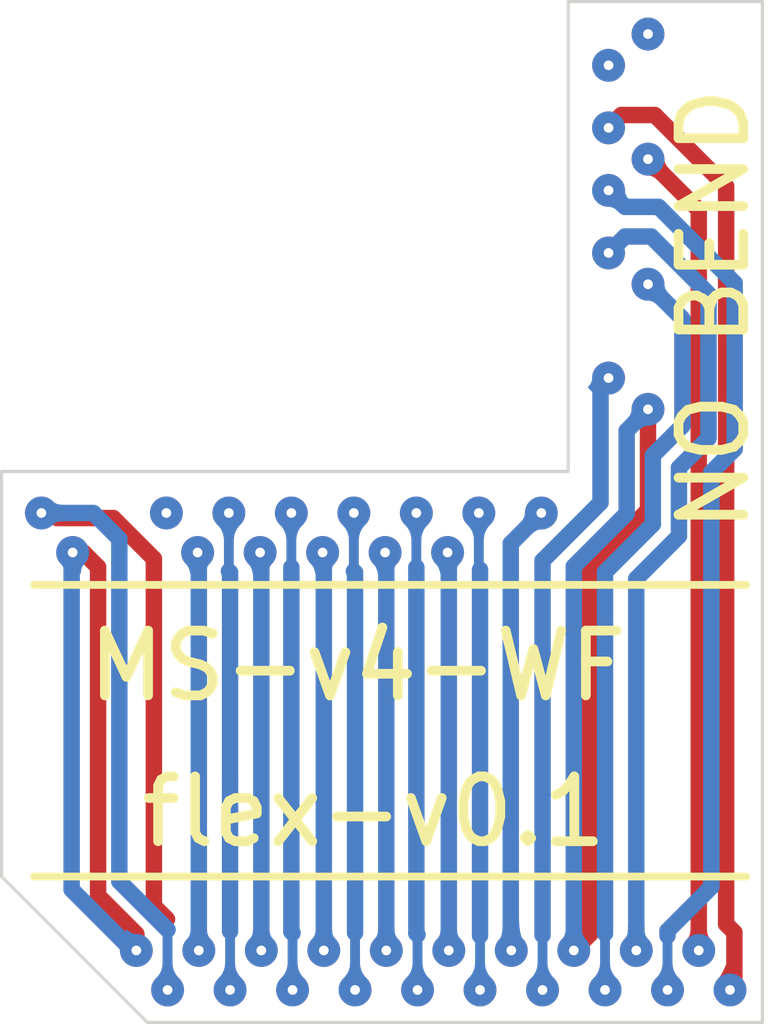
<source format=kicad_pcb>
(kicad_pcb (version 20171130) (host pcbnew "(5.1.0)-1")

  (general
    (thickness 0.15)
    (drawings 12)
    (tracks 115)
    (zones 0)
    (modules 3)
    (nets 28)
  )

  (page A4)
  (layers
    (0 F.Cu signal)
    (31 B.Cu signal)
    (32 B.Adhes user)
    (33 F.Adhes user)
    (34 B.Paste user)
    (35 F.Paste user)
    (36 B.SilkS user)
    (37 F.SilkS user)
    (38 B.Mask user)
    (39 F.Mask user)
    (40 Dwgs.User user)
    (41 Cmts.User user)
    (42 Eco1.User user hide)
    (43 Eco2.User user)
    (44 Edge.Cuts user)
    (45 Margin user)
    (46 B.CrtYd user)
    (47 F.CrtYd user)
    (48 B.Fab user hide)
    (49 F.Fab user hide)
  )

  (setup
    (last_trace_width 0.1524)
    (user_trace_width 0.1524)
    (user_trace_width 0.2032)
    (user_trace_width 0.254)
    (trace_clearance 0.14986)
    (zone_clearance 0.14986)
    (zone_45_only no)
    (trace_min 0.14986)
    (via_size 0.8)
    (via_drill 0.4)
    (via_min_size 0.4)
    (via_min_drill 0.3)
    (uvia_size 0.3)
    (uvia_drill 0.1)
    (uvias_allowed no)
    (uvia_min_size 0.2)
    (uvia_min_drill 0.1)
    (edge_width 0.05)
    (segment_width 0.2)
    (pcb_text_width 0.3)
    (pcb_text_size 1.5 1.5)
    (mod_edge_width 0.12)
    (mod_text_size 1 1)
    (mod_text_width 0.15)
    (pad_size 0.508 0.508)
    (pad_drill 0.15)
    (pad_to_mask_clearance 0.0254)
    (solder_mask_min_width 0.1016)
    (aux_axis_origin 0 0)
    (visible_elements 7FFFFFFF)
    (pcbplotparams
      (layerselection 0x010fc_ffffffff)
      (usegerberextensions false)
      (usegerberattributes false)
      (usegerberadvancedattributes false)
      (creategerberjobfile false)
      (excludeedgelayer true)
      (linewidth 0.100000)
      (plotframeref false)
      (viasonmask false)
      (mode 1)
      (useauxorigin false)
      (hpglpennumber 1)
      (hpglpenspeed 20)
      (hpglpendiameter 15.000000)
      (psnegative false)
      (psa4output false)
      (plotreference true)
      (plotvalue true)
      (plotinvisibletext false)
      (padsonsilk false)
      (subtractmaskfromsilk false)
      (outputformat 1)
      (mirror false)
      (drillshape 0)
      (scaleselection 1)
      (outputdirectory "Output/"))
  )

  (net 0 "")
  (net 1 GND)
  (net 2 +3V3)
  (net 3 +5V)
  (net 4 /I2C_SCL)
  (net 5 /I2C_SDA)
  (net 6 /LV)
  (net 7 /FV)
  (net 8 /DOUT9)
  (net 9 /DOUT8)
  (net 10 /DOUT6)
  (net 11 /DOUT7)
  (net 12 /DOUT5)
  (net 13 /DOUT4)
  (net 14 /CLK_OUT)
  (net 15 /DOUT3)
  (net 16 /DOUT1)
  (net 17 /DOUT2)
  (net 18 /DOUT0)
  (net 19 +1V8)
  (net 20 /SS_N)
  (net 21 /SCK)
  (net 22 /RESET_N)
  (net 23 /TRIGGER0)
  (net 24 /MONITOR0)
  (net 25 /MISO)
  (net 26 /MOSI)
  (net 27 /LED)

  (net_class Default "This is the default net class."
    (clearance 0.14986)
    (trace_width 0.1524)
    (via_dia 0.8)
    (via_drill 0.4)
    (uvia_dia 0.3)
    (uvia_drill 0.1)
    (add_net +1V8)
    (add_net +3V3)
    (add_net +5V)
    (add_net /CLK_OUT)
    (add_net /DOUT0)
    (add_net /DOUT1)
    (add_net /DOUT2)
    (add_net /DOUT3)
    (add_net /DOUT4)
    (add_net /DOUT5)
    (add_net /DOUT6)
    (add_net /DOUT7)
    (add_net /DOUT8)
    (add_net /DOUT9)
    (add_net /FV)
    (add_net /I2C_SCL)
    (add_net /I2C_SDA)
    (add_net /LED)
    (add_net /LV)
    (add_net /MISO)
    (add_net /MONITOR0)
    (add_net /MOSI)
    (add_net /RESET_N)
    (add_net /SCK)
    (add_net /SS_N)
    (add_net /TRIGGER0)
    (add_net GND)
  )

  (module .Connector:B2B_Flex_20_Dual_Row_38milx24mil_Hole_10milx20mil_small_hole (layer F.Cu) (tedit 5D8695C9) (tstamp 5D8671BB)
    (at 45.5 39.75 180)
    (path /5D86AFFB)
    (fp_text reference J3 (at -0.0254 -1.6002 180) (layer F.SilkS) hide
      (effects (font (size 1 1) (thickness 0.15)))
    )
    (fp_text value Conn_01x20 (at 0.3556 3.048 180) (layer F.Fab)
      (effects (font (size 1 1) (thickness 0.15)))
    )
    (pad 1 thru_hole circle (at 0 0 180) (size 0.508 0.508) (drill 0.15) (layers *.Cu *.Mask)
      (net 26 /MOSI) (zone_connect 2))
    (pad 2 thru_hole circle (at 0.482599 0.6096 180) (size 0.508 0.508) (drill 0.15) (layers *.Cu *.Mask)
      (net 25 /MISO) (zone_connect 2))
    (pad 3 thru_hole circle (at 0.965199 0 180) (size 0.508 0.508) (drill 0.15) (layers *.Cu *.Mask)
      (net 24 /MONITOR0) (zone_connect 2))
    (pad 4 thru_hole circle (at 1.447798 0.6096 180) (size 0.508 0.508) (drill 0.15) (layers *.Cu *.Mask)
      (net 22 /RESET_N) (zone_connect 2))
    (pad 5 thru_hole circle (at 1.930398 0 180) (size 0.508 0.508) (drill 0.15) (layers *.Cu *.Mask)
      (net 21 /SCK) (zone_connect 2))
    (pad 6 thru_hole circle (at 2.412997 0.6096 180) (size 0.508 0.508) (drill 0.15) (layers *.Cu *.Mask)
      (net 19 +1V8) (zone_connect 2))
    (pad 7 thru_hole circle (at 2.895597 0 180) (size 0.508 0.508) (drill 0.15) (layers *.Cu *.Mask)
      (net 20 /SS_N) (zone_connect 2))
    (pad 8 thru_hole circle (at 3.378196 0.6096 180) (size 0.508 0.508) (drill 0.15) (layers *.Cu *.Mask)
      (net 17 /DOUT2) (zone_connect 2))
    (pad 9 thru_hole circle (at 3.860796 0 180) (size 0.508 0.508) (drill 0.15) (layers *.Cu *.Mask)
      (net 15 /DOUT3) (zone_connect 2))
    (pad 10 thru_hole circle (at 4.343395 0.6096 180) (size 0.508 0.508) (drill 0.15) (layers *.Cu *.Mask)
      (net 14 /CLK_OUT) (zone_connect 2))
    (pad 11 thru_hole circle (at 4.825995 0 180) (size 0.508 0.508) (drill 0.15) (layers *.Cu *.Mask)
      (net 13 /DOUT4) (zone_connect 2))
    (pad 12 thru_hole circle (at 5.308594 0.6096 180) (size 0.508 0.508) (drill 0.15) (layers *.Cu *.Mask)
      (net 12 /DOUT5) (zone_connect 2))
    (pad 13 thru_hole circle (at 5.791194 0 180) (size 0.508 0.508) (drill 0.15) (layers *.Cu *.Mask)
      (net 11 /DOUT7) (zone_connect 2))
    (pad 14 thru_hole circle (at 6.273793 0.6096 180) (size 0.508 0.508) (drill 0.15) (layers *.Cu *.Mask)
      (net 10 /DOUT6) (zone_connect 2))
    (pad 15 thru_hole circle (at 6.756393 0 180) (size 0.508 0.508) (drill 0.15) (layers *.Cu *.Mask)
      (net 9 /DOUT8) (zone_connect 2))
    (pad 16 thru_hole circle (at 7.238992 0.6096 180) (size 0.508 0.508) (drill 0.15) (layers *.Cu *.Mask)
      (net 8 /DOUT9) (zone_connect 2))
    (pad 17 thru_hole circle (at 7.721592 0 180) (size 0.508 0.508) (drill 0.15) (layers *.Cu *.Mask)
      (net 7 /FV) (zone_connect 2))
    (pad 18 thru_hole circle (at 8.204191 0.6096 180) (size 0.508 0.508) (drill 0.15) (layers *.Cu *.Mask)
      (net 6 /LV) (zone_connect 2))
    (pad 19 thru_hole circle (at 8.686791 0 180) (size 0.508 0.508) (drill 0.15) (layers *.Cu *.Mask)
      (net 1 GND) (zone_connect 2))
    (pad 20 thru_hole circle (at 9.16939 0.6096 180) (size 0.508 0.508) (drill 0.15) (layers *.Cu *.Mask)
      (net 2 +3V3) (zone_connect 2))
  )

  (module .Connector:B2B_Flex_14_Dual_Row_38milx24mil_Hole_10milx20mil_small_hole (layer F.Cu) (tedit 5D866C91) (tstamp 5D866899)
    (at 44.2336 25 270)
    (path /5CC847F7)
    (fp_text reference J2 (at -0.0254 -1.6002 270) (layer F.SilkS) hide
      (effects (font (size 1 1) (thickness 0.15)))
    )
    (fp_text value Conn_01x14 (at 0.3556 3.048 270) (layer F.Fab)
      (effects (font (size 1 1) (thickness 0.15)))
    )
    (pad 1 thru_hole circle (at 0 0 270) (size 0.508 0.508) (drill 0.15) (layers *.Cu *.Mask)
      (net 3 +5V) (zone_connect 2))
    (pad 2 thru_hole circle (at 0.482599 0.6096 270) (size 0.508 0.508) (drill 0.15) (layers *.Cu *.Mask)
      (net 27 /LED) (zone_connect 2))
    (pad 3 smd circle (at 0.965199 0 270) (size 0.508 0.508) (layers Eco1.User)
      (net 2 +3V3) (zone_connect 2))
    (pad 4 thru_hole circle (at 1.447798 0.6096 270) (size 0.508 0.508) (drill 0.15) (layers *.Cu *.Mask)
      (net 26 /MOSI) (zone_connect 2))
    (pad 5 thru_hole circle (at 1.930398 0 270) (size 0.508 0.508) (drill 0.15) (layers *.Cu *.Mask)
      (net 25 /MISO) (zone_connect 2))
    (pad 6 thru_hole circle (at 2.412997 0.6096 270) (size 0.508 0.508) (drill 0.15) (layers *.Cu *.Mask)
      (net 24 /MONITOR0) (zone_connect 2))
    (pad 7 smd circle (at 2.895597 0 270) (size 0.508 0.508) (layers Eco1.User)
      (net 23 /TRIGGER0) (zone_connect 2))
    (pad 8 thru_hole circle (at 3.378196 0.6096 270) (size 0.508 0.508) (drill 0.15) (layers *.Cu *.Mask)
      (net 22 /RESET_N) (zone_connect 2))
    (pad 9 thru_hole circle (at 3.860796 0 270) (size 0.508 0.508) (drill 0.15) (layers *.Cu *.Mask)
      (net 21 /SCK) (zone_connect 2))
    (pad 10 smd circle (at 4.343395 0.6096 270) (size 0.508 0.508) (layers Eco1.User)
      (net 4 /I2C_SCL) (zone_connect 2))
    (pad 11 smd circle (at 4.825995 0 270) (size 0.508 0.508) (layers Eco1.User)
      (net 5 /I2C_SDA) (zone_connect 2))
    (pad 12 thru_hole circle (at 5.308594 0.6096 270) (size 0.508 0.508) (drill 0.15) (layers *.Cu *.Mask)
      (net 20 /SS_N) (zone_connect 2))
    (pad 13 thru_hole circle (at 5.791194 0 270) (size 0.508 0.508) (drill 0.15) (layers *.Cu *.Mask)
      (net 19 +1V8) (zone_connect 2))
    (pad 14 smd circle (at 6.273793 0.6096 270) (size 0.508 0.508) (layers Eco1.User)
      (net 1 GND) (zone_connect 2))
  )

  (module .Connector:B2B_Flex_20_Dual_Row_38milx24mil_Hole_10milx20mil_small_hole (layer F.Cu) (tedit 5D866C51) (tstamp 5D866970)
    (at 44.0336 33 180)
    (path /5C4237CC)
    (fp_text reference J1 (at -0.0254 -1.6002 180) (layer F.SilkS) hide
      (effects (font (size 1 1) (thickness 0.15)))
    )
    (fp_text value Conn_01x20 (at 0.3556 3.048 180) (layer F.Fab)
      (effects (font (size 1 1) (thickness 0.15)))
    )
    (pad 1 smd circle (at 0 0 180) (size 0.508 0.508) (layers Eco1.User)
      (net 1 GND) (zone_connect 2))
    (pad 2 smd circle (at 0.482599 0.6096 180) (size 0.508 0.508) (layers Eco1.User)
      (net 19 +1V8) (zone_connect 2))
    (pad 3 smd circle (at 0.965199 0 180) (size 0.508 0.508) (layers Eco1.User)
      (net 18 /DOUT0) (zone_connect 2))
    (pad 4 thru_hole circle (at 1.447798 0.6096 180) (size 0.508 0.508) (drill 0.15) (layers *.Cu *.Mask)
      (net 17 /DOUT2) (zone_connect 2))
    (pad 5 smd circle (at 1.930398 0 180) (size 0.508 0.508) (layers Eco1.User)
      (net 16 /DOUT1) (zone_connect 2))
    (pad 6 thru_hole circle (at 2.412997 0.6096 180) (size 0.508 0.508) (drill 0.15) (layers *.Cu *.Mask)
      (net 15 /DOUT3) (zone_connect 2))
    (pad 7 thru_hole circle (at 2.895597 0 180) (size 0.508 0.508) (drill 0.15) (layers *.Cu *.Mask)
      (net 14 /CLK_OUT) (zone_connect 2))
    (pad 8 thru_hole circle (at 3.378196 0.6096 180) (size 0.508 0.508) (drill 0.15) (layers *.Cu *.Mask)
      (net 13 /DOUT4) (zone_connect 2))
    (pad 9 thru_hole circle (at 3.860796 0 180) (size 0.508 0.508) (drill 0.15) (layers *.Cu *.Mask)
      (net 12 /DOUT5) (zone_connect 2))
    (pad 10 thru_hole circle (at 4.343395 0.6096 180) (size 0.508 0.508) (drill 0.15) (layers *.Cu *.Mask)
      (net 11 /DOUT7) (zone_connect 2))
    (pad 11 thru_hole circle (at 4.825995 0 180) (size 0.508 0.508) (drill 0.15) (layers *.Cu *.Mask)
      (net 10 /DOUT6) (zone_connect 2))
    (pad 12 thru_hole circle (at 5.308594 0.6096 180) (size 0.508 0.508) (drill 0.15) (layers *.Cu *.Mask)
      (net 9 /DOUT8) (zone_connect 2))
    (pad 13 thru_hole circle (at 5.791194 0 180) (size 0.508 0.508) (drill 0.15) (layers *.Cu *.Mask)
      (net 8 /DOUT9) (zone_connect 2))
    (pad 14 thru_hole circle (at 6.273793 0.6096 180) (size 0.508 0.508) (drill 0.15) (layers *.Cu *.Mask)
      (net 7 /FV) (zone_connect 2))
    (pad 15 thru_hole circle (at 6.756393 0 180) (size 0.508 0.508) (drill 0.15) (layers *.Cu *.Mask)
      (net 6 /LV) (zone_connect 2))
    (pad 16 thru_hole circle (at 7.238992 0.6096 180) (size 0.508 0.508) (drill 0.15) (layers *.Cu *.Mask)
      (net 5 /I2C_SDA) (zone_connect 2))
    (pad 17 smd circle (at 7.721592 0 180) (size 0.508 0.508) (layers Eco1.User)
      (net 4 /I2C_SCL) (zone_connect 2))
    (pad 18 smd circle (at 8.204191 0.6096 180) (size 0.508 0.508) (layers Eco1.User)
      (net 3 +5V) (zone_connect 2))
    (pad 19 thru_hole circle (at 8.686791 0 180) (size 0.508 0.508) (drill 0.15) (layers *.Cu *.Mask)
      (net 2 +3V3) (zone_connect 2))
    (pad 20 thru_hole circle (at 9.16939 0.6096 180) (size 0.508 0.508) (drill 0.15) (layers *.Cu *.Mask)
      (net 1 GND) (zone_connect 2))
  )

  (gr_text "NO BEND" (at 45.25 29.25 90) (layer F.SilkS)
    (effects (font (size 1 1) (thickness 0.15)))
  )
  (gr_line (start 34.25 38) (end 36.5 40.25) (layer Edge.Cuts) (width 0.05))
  (gr_text flex-v0.1 (at 40 37) (layer F.SilkS)
    (effects (font (size 1 1) (thickness 0.15)))
  )
  (gr_text MS-v4-WF (at 39.75 34.75) (layer F.SilkS)
    (effects (font (size 1 1) (thickness 0.15)))
  )
  (gr_line (start 45.75 33.5) (end 34.75 33.5) (layer F.SilkS) (width 0.12))
  (gr_line (start 34.75 38) (end 45.75 38) (layer F.SilkS) (width 0.12))
  (gr_line (start 46 40.25) (end 36.5 40.25) (layer Edge.Cuts) (width 0.05) (tstamp 5D867382))
  (gr_line (start 46 24.5) (end 46 40.25) (layer Edge.Cuts) (width 0.05))
  (gr_line (start 43 24.5) (end 46 24.5) (layer Edge.Cuts) (width 0.05))
  (gr_line (start 43 31.75) (end 43 24.5) (layer Edge.Cuts) (width 0.05))
  (gr_line (start 34.25 31.75) (end 43 31.75) (layer Edge.Cuts) (width 0.05))
  (gr_line (start 34.25 38) (end 34.25 31.75) (layer Edge.Cuts) (width 0.05))

  (segment (start 36.813209 39.75) (end 36.813209 38.819809) (width 0.1524) (layer B.Cu) (net 1))
  (segment (start 35.22342 32.3904) (end 34.86421 32.3904) (width 0.254) (layer B.Cu) (net 1))
  (segment (start 35.667 32.3904) (end 35.22342 32.3904) (width 0.254) (layer B.Cu) (net 1))
  (segment (start 36.068 32.7914) (end 35.667 32.3904) (width 0.254) (layer B.Cu) (net 1))
  (segment (start 36.813209 38.819809) (end 36.068 38.0746) (width 0.254) (layer B.Cu) (net 1))
  (segment (start 36.068 38.0746) (end 36.068 32.7914) (width 0.254) (layer B.Cu) (net 1))
  (segment (start 35.110739 32.469139) (end 35.974339 32.469139) (width 0.254) (layer F.Cu) (net 1))
  (segment (start 34.86421 32.3904) (end 35.032 32.3904) (width 0.254) (layer F.Cu) (net 1))
  (segment (start 35.032 32.3904) (end 35.110739 32.469139) (width 0.254) (layer F.Cu) (net 1))
  (segment (start 35.974339 32.469139) (end 36.6014 33.0962) (width 0.254) (layer F.Cu) (net 1))
  (segment (start 36.6014 33.0962) (end 36.6014 38.4556) (width 0.254) (layer F.Cu) (net 1))
  (segment (start 36.6014 38.4556) (end 36.8046 38.6588) (width 0.254) (layer F.Cu) (net 1))
  (segment (start 36.813209 38.667409) (end 36.8046 38.6588) (width 0.1524) (layer F.Cu) (net 1))
  (segment (start 36.813209 39.75) (end 36.813209 38.667409) (width 0.1524) (layer F.Cu) (net 1))
  (segment (start 36.33061 38.885984) (end 36.33061 39.1404) (width 0.254) (layer F.Cu) (net 2))
  (segment (start 35.740128 38.295502) (end 36.33061 38.885984) (width 0.254) (layer F.Cu) (net 2))
  (segment (start 35.740128 33.225528) (end 35.740128 38.295502) (width 0.254) (layer F.Cu) (net 2))
  (segment (start 35.346809 33) (end 35.5146 33) (width 0.254) (layer F.Cu) (net 2))
  (segment (start 35.5146 33) (end 35.740128 33.225528) (width 0.254) (layer F.Cu) (net 2))
  (segment (start 36.2702 39.1404) (end 36.33061 39.1404) (width 0.254) (layer B.Cu) (net 2))
  (segment (start 35.3314 38.2016) (end 36.2702 39.1404) (width 0.254) (layer B.Cu) (net 2))
  (segment (start 35.346809 33) (end 35.3314 33.015409) (width 0.254) (layer B.Cu) (net 2))
  (segment (start 35.3314 33.015409) (end 35.3314 38.2016) (width 0.254) (layer B.Cu) (net 2))
  (segment (start 37.295809 33.018602) (end 37.277207 33) (width 0.254) (layer B.Cu) (net 6))
  (segment (start 37.295809 39.1404) (end 37.295809 33.018602) (width 0.254) (layer B.Cu) (net 6))
  (segment (start 37.778408 39.75) (end 37.778408 38.845208) (width 0.1524) (layer B.Cu) (net 7))
  (segment (start 37.759807 32.3904) (end 37.759807 33.289407) (width 0.1524) (layer B.Cu) (net 7))
  (segment (start 37.778408 36.533808) (end 37.778408 38.845208) (width 0.254) (layer B.Cu) (net 7))
  (segment (start 37.759807 33.289407) (end 37.778408 33.308008) (width 0.254) (layer B.Cu) (net 7))
  (segment (start 37.778408 33.308008) (end 37.778408 36.533808) (width 0.254) (layer B.Cu) (net 7))
  (segment (start 38.261008 33.018602) (end 38.242406 33) (width 0.254) (layer B.Cu) (net 8))
  (segment (start 38.261008 39.1404) (end 38.261008 33.018602) (width 0.254) (layer B.Cu) (net 8))
  (segment (start 38.743607 39.75) (end 38.743607 38.870607) (width 0.1524) (layer B.Cu) (net 9))
  (segment (start 38.725006 33.227891) (end 38.735 33.237885) (width 0.1524) (layer B.Cu) (net 9))
  (segment (start 38.725006 32.3904) (end 38.725006 33.227891) (width 0.1524) (layer B.Cu) (net 9))
  (segment (start 38.725006 38.852006) (end 38.743607 38.870607) (width 0.254) (layer B.Cu) (net 9))
  (segment (start 38.725006 33.227891) (end 38.725006 38.852006) (width 0.254) (layer B.Cu) (net 9))
  (segment (start 39.226207 33.018602) (end 39.207605 33) (width 0.254) (layer B.Cu) (net 10))
  (segment (start 39.226207 39.1404) (end 39.226207 33.018602) (width 0.254) (layer B.Cu) (net 10))
  (segment (start 39.708806 39.75) (end 39.708806 38.870606) (width 0.1524) (layer B.Cu) (net 11))
  (segment (start 39.690205 32.3904) (end 39.690205 33.289405) (width 0.1524) (layer B.Cu) (net 11))
  (segment (start 39.708806 37.041806) (end 39.708806 38.870606) (width 0.254) (layer B.Cu) (net 11))
  (segment (start 39.690205 33.289405) (end 39.708806 33.308006) (width 0.254) (layer B.Cu) (net 11))
  (segment (start 39.708806 33.308006) (end 39.708806 37.041806) (width 0.254) (layer B.Cu) (net 11))
  (segment (start 40.191406 33.018602) (end 40.172804 33) (width 0.254) (layer B.Cu) (net 12))
  (segment (start 40.191406 39.1404) (end 40.191406 33.018602) (width 0.254) (layer B.Cu) (net 12))
  (segment (start 40.674005 39.75) (end 40.674005 38.896005) (width 0.1524) (layer B.Cu) (net 13))
  (segment (start 40.655404 33.227891) (end 40.64 33.243295) (width 0.1524) (layer B.Cu) (net 13))
  (segment (start 40.655404 32.3904) (end 40.655404 33.227891) (width 0.1524) (layer B.Cu) (net 13))
  (segment (start 40.655404 38.877404) (end 40.674005 38.896005) (width 0.254) (layer B.Cu) (net 13))
  (segment (start 40.655404 33.227891) (end 40.655404 38.877404) (width 0.254) (layer B.Cu) (net 13))
  (segment (start 41.156605 33.018602) (end 41.138003 33) (width 0.254) (layer B.Cu) (net 14))
  (segment (start 41.156605 39.1404) (end 41.156605 33.018602) (width 0.254) (layer B.Cu) (net 14))
  (segment (start 41.639204 38.912508) (end 41.6052 38.878504) (width 0.1524) (layer B.Cu) (net 15))
  (segment (start 41.639204 39.75) (end 41.639204 38.912508) (width 0.1524) (layer B.Cu) (net 15))
  (segment (start 41.639204 33.265396) (end 41.639204 38.912508) (width 0.254) (layer B.Cu) (net 15))
  (segment (start 41.620603 33.246795) (end 41.639204 33.265396) (width 0.1524) (layer B.Cu) (net 15))
  (segment (start 41.620603 32.3904) (end 41.620603 33.246795) (width 0.1524) (layer B.Cu) (net 15))
  (segment (start 42.121804 38.972204) (end 42.1132 38.9636) (width 0.254) (layer B.Cu) (net 17))
  (segment (start 42.121804 39.1404) (end 42.121804 38.972204) (width 0.254) (layer B.Cu) (net 17))
  (segment (start 42.1132 32.863002) (end 42.585802 32.3904) (width 0.254) (layer B.Cu) (net 17))
  (segment (start 42.1132 38.9636) (end 42.1132 32.863002) (width 0.254) (layer B.Cu) (net 17))
  (segment (start 43.087003 39.1404) (end 43.087003 33.214599) (width 0.254) (layer B.Cu) (net 19))
  (segment (start 43.979601 31.045193) (end 44.2336 30.791194) (width 0.254) (layer B.Cu) (net 19))
  (segment (start 43.903872 31.120922) (end 43.979601 31.045193) (width 0.254) (layer B.Cu) (net 19))
  (segment (start 43.903872 32.39773) (end 43.903872 31.120922) (width 0.254) (layer B.Cu) (net 19))
  (segment (start 43.087003 33.214599) (end 43.903872 32.39773) (width 0.254) (layer B.Cu) (net 19))
  (segment (start 43.341002 38.886401) (end 43.341002 33.239998) (width 0.254) (layer F.Cu) (net 19))
  (segment (start 43.087003 39.1404) (end 43.341002 38.886401) (width 0.254) (layer F.Cu) (net 19))
  (segment (start 43.341002 33.239998) (end 44.1198 32.4612) (width 0.254) (layer F.Cu) (net 19))
  (segment (start 44.2336 32.3474) (end 44.2336 31.2552) (width 0.254) (layer F.Cu) (net 19))
  (segment (start 44.1198 32.4612) (end 44.2336 32.3474) (width 0.254) (layer F.Cu) (net 19))
  (segment (start 44.2336 30.791194) (end 44.2336 32.3474) (width 0.254) (layer F.Cu) (net 19))
  (segment (start 42.604403 39.75) (end 42.604403 38.904197) (width 0.1524) (layer B.Cu) (net 20))
  (segment (start 42.604403 33.126039) (end 42.604403 38.904197) (width 0.254) (layer B.Cu) (net 20))
  (segment (start 43.5 30.432594) (end 43.5 32.230442) (width 0.254) (layer B.Cu) (net 20))
  (segment (start 43.5 32.230442) (end 42.604403 33.126039) (width 0.254) (layer B.Cu) (net 20))
  (segment (start 43.624 30.308594) (end 43.5 30.432594) (width 0.254) (layer B.Cu) (net 20))
  (segment (start 43.569602 39.75) (end 43.569602 38.878798) (width 0.1524) (layer B.Cu) (net 21))
  (segment (start 44.764461 29.391657) (end 44.487599 29.114795) (width 0.254) (layer B.Cu) (net 21))
  (segment (start 44.764461 31.046008) (end 44.764461 29.391657) (width 0.254) (layer B.Cu) (net 21))
  (segment (start 44.307742 31.502727) (end 44.764461 31.046008) (width 0.254) (layer B.Cu) (net 21))
  (segment (start 44.307742 32.565018) (end 44.307742 31.502727) (width 0.254) (layer B.Cu) (net 21))
  (segment (start 43.569602 33.303158) (end 44.307742 32.565018) (width 0.254) (layer B.Cu) (net 21))
  (segment (start 44.487599 29.114795) (end 44.2336 28.860796) (width 0.254) (layer B.Cu) (net 21))
  (segment (start 43.569602 38.878798) (end 43.569602 33.303158) (width 0.254) (layer B.Cu) (net 21))
  (segment (start 44.052202 39.1404) (end 44.052202 38.726398) (width 0.254) (layer B.Cu) (net 22))
  (segment (start 44.052202 38.78119) (end 44.052202 39.1404) (width 0.254) (layer B.Cu) (net 22))
  (segment (start 43.877999 28.124197) (end 44.282676 28.124197) (width 0.254) (layer B.Cu) (net 22))
  (segment (start 44.711613 31.691587) (end 44.711613 32.745345) (width 0.254) (layer B.Cu) (net 22))
  (segment (start 44.282676 28.124197) (end 45.168331 29.009852) (width 0.254) (layer B.Cu) (net 22))
  (segment (start 45.168331 29.009852) (end 45.168331 31.234869) (width 0.254) (layer B.Cu) (net 22))
  (segment (start 44.052202 33.404756) (end 44.052202 38.78119) (width 0.254) (layer B.Cu) (net 22))
  (segment (start 44.711613 32.745345) (end 44.052202 33.404756) (width 0.254) (layer B.Cu) (net 22))
  (segment (start 43.624 28.378196) (end 43.877999 28.124197) (width 0.254) (layer B.Cu) (net 22))
  (segment (start 45.168331 31.234869) (end 44.711613 31.691587) (width 0.254) (layer B.Cu) (net 22))
  (segment (start 44.534801 38.912509) (end 44.5516 38.89571) (width 0.1524) (layer B.Cu) (net 24))
  (segment (start 44.534801 39.75) (end 44.534801 38.912509) (width 0.1524) (layer B.Cu) (net 24))
  (segment (start 44.534801 38.837325) (end 44.534801 38.912509) (width 0.254) (layer B.Cu) (net 24))
  (segment (start 43.624 27.412997) (end 43.877999 27.666996) (width 0.254) (layer B.Cu) (net 24))
  (segment (start 43.877999 27.666996) (end 44.396633 27.666996) (width 0.254) (layer B.Cu) (net 24))
  (segment (start 44.396633 27.666996) (end 45.572201 28.842564) (width 0.254) (layer B.Cu) (net 24))
  (segment (start 45.572201 28.842564) (end 45.5722 31.402158) (width 0.254) (layer B.Cu) (net 24))
  (segment (start 45.5722 31.402158) (end 45.212 31.762358) (width 0.254) (layer B.Cu) (net 24))
  (segment (start 45.212 38.160126) (end 44.534801 38.837325) (width 0.254) (layer B.Cu) (net 24))
  (segment (start 45.212 31.762358) (end 45.212 38.160126) (width 0.254) (layer B.Cu) (net 24))
  (segment (start 45.017401 27.714199) (end 45.017401 39.1404) (width 0.254) (layer F.Cu) (net 25))
  (segment (start 44.2336 26.930398) (end 45.017401 27.714199) (width 0.254) (layer F.Cu) (net 25))
  (segment (start 43.821798 26.25) (end 43.624 26.447798) (width 0.254) (layer F.Cu) (net 26))
  (segment (start 45.5 39.75) (end 45.5676 39.6824) (width 0.254) (layer F.Cu) (net 26))
  (segment (start 45.5676 39.6824) (end 45.5676 38.862) (width 0.254) (layer F.Cu) (net 26))
  (segment (start 45.5676 38.862) (end 45.4406 38.735) (width 0.254) (layer F.Cu) (net 26))
  (segment (start 45.4406 27.351723) (end 44.338877 26.25) (width 0.254) (layer F.Cu) (net 26))
  (segment (start 45.4406 38.735) (end 45.4406 27.351723) (width 0.254) (layer F.Cu) (net 26))
  (segment (start 44.338877 26.25) (end 43.821798 26.25) (width 0.254) (layer F.Cu) (net 26))

  (zone (net 1) (net_name GND) (layer B.Cu) (tstamp 5D8719A6) (hatch edge 0.508)
    (priority 16962)
    (connect_pads yes (clearance 0.14986))
    (min_thickness 0.0254)
    (fill yes (arc_segments 32) (thermal_gap 0.508) (thermal_bridge_width 0.508))
    (polygon
      (pts
        (xy 36.737009 39.320756) (xy 36.735993 39.349922) (xy 36.732945 39.378114) (xy 36.727865 39.405333) (xy 36.720753 39.431579)
        (xy 36.711609 39.456851) (xy 36.700433 39.481149) (xy 36.687225 39.504474) (xy 36.671985 39.526825) (xy 36.654713 39.548203)
        (xy 36.635409 39.568608) (xy 36.813209 39.877) (xy 36.991009 39.568608) (xy 36.971705 39.548203) (xy 36.954433 39.526825)
        (xy 36.939193 39.504474) (xy 36.925985 39.481149) (xy 36.914809 39.456851) (xy 36.905665 39.431579) (xy 36.898553 39.405333)
        (xy 36.893473 39.378114) (xy 36.890425 39.349922) (xy 36.889409 39.320756)
      )
    )
    (filled_polygon
      (pts
        (xy 36.877733 39.350364) (xy 36.877799 39.351287) (xy 36.880847 39.379479) (xy 36.880989 39.380444) (xy 36.886069 39.407663)
        (xy 36.886295 39.408655) (xy 36.893407 39.434901) (xy 36.893723 39.4359) (xy 36.902867 39.461172) (xy 36.903271 39.462158)
        (xy 36.914447 39.486456) (xy 36.914934 39.487407) (xy 36.928142 39.510732) (xy 36.9287 39.511629) (xy 36.94394 39.53398)
        (xy 36.944554 39.534806) (xy 36.961826 39.556184) (xy 36.962479 39.556931) (xy 36.975281 39.570463) (xy 36.813209 39.851574)
        (xy 36.651137 39.570463) (xy 36.663939 39.556931) (xy 36.664592 39.556184) (xy 36.681864 39.534806) (xy 36.682478 39.53398)
        (xy 36.697718 39.511629) (xy 36.698276 39.510732) (xy 36.711484 39.487407) (xy 36.711971 39.486456) (xy 36.723147 39.462158)
        (xy 36.723551 39.461172) (xy 36.732695 39.4359) (xy 36.733011 39.434901) (xy 36.740123 39.408655) (xy 36.740349 39.407663)
        (xy 36.745429 39.380444) (xy 36.745571 39.379479) (xy 36.748619 39.351287) (xy 36.748685 39.350364) (xy 36.749274 39.333456)
        (xy 36.877144 39.333456)
      )
    )
  )
  (zone (net 1) (net_name GND) (layer B.Cu) (tstamp 5D8719A3) (hatch edge 0.508)
    (priority 16962)
    (connect_pads yes (clearance 0.14986))
    (min_thickness 0.0254)
    (fill yes (arc_segments 32) (thermal_gap 0.508) (thermal_bridge_width 0.508))
    (polygon
      (pts
        (xy 35.194409 32.2634) (xy 35.175098 32.262892) (xy 35.156772 32.261368) (xy 35.13943 32.258828) (xy 35.123073 32.255272)
        (xy 35.1077 32.2507) (xy 35.093312 32.245112) (xy 35.079908 32.238508) (xy 35.067488 32.230888) (xy 35.056052 32.222252)
        (xy 35.045602 32.2126) (xy 34.73721 32.3904) (xy 35.045602 32.5682) (xy 35.056052 32.558548) (xy 35.067488 32.549912)
        (xy 35.079908 32.542292) (xy 35.093312 32.535688) (xy 35.1077 32.5301) (xy 35.123073 32.525528) (xy 35.13943 32.521972)
        (xy 35.156772 32.519432) (xy 35.175098 32.517908) (xy 35.194409 32.5174)
      )
    )
    (filled_polygon
      (pts
        (xy 35.047435 32.231581) (xy 35.048399 32.232387) (xy 35.059835 32.241023) (xy 35.060847 32.241713) (xy 35.073267 32.249333)
        (xy 35.074295 32.2499) (xy 35.087699 32.256504) (xy 35.088714 32.25695) (xy 35.103102 32.262538) (xy 35.10408 32.262873)
        (xy 35.119453 32.267445) (xy 35.120375 32.267682) (xy 35.136732 32.271238) (xy 35.13759 32.271394) (xy 35.154932 32.273934)
        (xy 35.155719 32.274024) (xy 35.174045 32.275548) (xy 35.174764 32.275588) (xy 35.181709 32.275771) (xy 35.181709 32.505029)
        (xy 35.174764 32.505212) (xy 35.174045 32.505252) (xy 35.155719 32.506776) (xy 35.154932 32.506866) (xy 35.13759 32.509406)
        (xy 35.136732 32.509562) (xy 35.120375 32.513118) (xy 35.119453 32.513355) (xy 35.10408 32.517927) (xy 35.103102 32.518262)
        (xy 35.088714 32.52385) (xy 35.087699 32.524296) (xy 35.074295 32.5309) (xy 35.073267 32.531467) (xy 35.060847 32.539087)
        (xy 35.059835 32.539777) (xy 35.048399 32.548413) (xy 35.047435 32.549219) (xy 35.04385 32.552531) (xy 34.762636 32.3904)
        (xy 35.04385 32.228269)
      )
    )
  )
  (zone (net 2) (net_name +3V3) (layer B.Cu) (tstamp 5D8719A0) (hatch edge 0.508)
    (priority 16962)
    (connect_pads yes (clearance 0.14986))
    (min_thickness 0.0254)
    (fill yes (arc_segments 32) (thermal_gap 0.508) (thermal_bridge_width 0.508))
    (polygon
      (pts
        (xy 36.007321 38.996716) (xy 36.020616 39.010729) (xy 36.032497 39.024766) (xy 36.042964 39.038824) (xy 36.052016 39.052905)
        (xy 36.059653 39.067009) (xy 36.065876 39.081134) (xy 36.070684 39.095282) (xy 36.074078 39.109452) (xy 36.076058 39.123645)
        (xy 36.076623 39.13786) (xy 36.420412 39.230202) (xy 36.32807 38.886413) (xy 36.313855 38.885848) (xy 36.299662 38.883868)
        (xy 36.285492 38.880474) (xy 36.271344 38.875666) (xy 36.257219 38.869443) (xy 36.243115 38.861806) (xy 36.229034 38.852754)
        (xy 36.214976 38.842287) (xy 36.200939 38.830406) (xy 36.186926 38.817111)
      )
    )
    (filled_polygon
      (pts
        (xy 36.192198 38.839619) (xy 36.192734 38.8401) (xy 36.206771 38.851981) (xy 36.207392 38.852474) (xy 36.22145 38.862941)
        (xy 36.222166 38.863437) (xy 36.236247 38.872489) (xy 36.237068 38.872974) (xy 36.251172 38.880611) (xy 36.252099 38.881065)
        (xy 36.266224 38.887288) (xy 36.267258 38.887691) (xy 36.281406 38.892499) (xy 36.282534 38.892825) (xy 36.296704 38.896219)
        (xy 36.297907 38.896446) (xy 36.3121 38.898426) (xy 36.313351 38.898538) (xy 36.318229 38.898732) (xy 36.402433 39.212223)
        (xy 36.088942 39.128019) (xy 36.088748 39.123141) (xy 36.088636 39.12189) (xy 36.086656 39.107697) (xy 36.086429 39.106494)
        (xy 36.083035 39.092324) (xy 36.082709 39.091196) (xy 36.077901 39.077048) (xy 36.077498 39.076014) (xy 36.071275 39.061889)
        (xy 36.070821 39.060962) (xy 36.063184 39.046858) (xy 36.062699 39.046037) (xy 36.053647 39.031956) (xy 36.053151 39.03124)
        (xy 36.042684 39.017182) (xy 36.042191 39.016561) (xy 36.03031 39.002524) (xy 36.029829 39.001988) (xy 36.025048 38.996949)
        (xy 36.187159 38.834838)
      )
    )
  )
  (zone (net 2) (net_name +3V3) (layer B.Cu) (tstamp 5D87199D) (hatch edge 0.508)
    (priority 16962)
    (connect_pads yes (clearance 0.14986))
    (min_thickness 0.0254)
    (fill yes (arc_segments 32) (thermal_gap 0.508) (thermal_bridge_width 0.508))
    (polygon
      (pts
        (xy 35.473809 33.330199) (xy 35.474317 33.310888) (xy 35.475841 33.292562) (xy 35.478381 33.27522) (xy 35.481937 33.258863)
        (xy 35.486509 33.24349) (xy 35.492097 33.229102) (xy 35.498701 33.215698) (xy 35.506321 33.203278) (xy 35.514957 33.191842)
        (xy 35.524609 33.181392) (xy 35.346809 32.873) (xy 35.169009 33.181392) (xy 35.178661 33.191842) (xy 35.187297 33.203278)
        (xy 35.194917 33.215698) (xy 35.201521 33.229102) (xy 35.207109 33.24349) (xy 35.211681 33.258863) (xy 35.215237 33.27522)
        (xy 35.217777 33.292562) (xy 35.219301 33.310888) (xy 35.219809 33.330199)
      )
    )
    (filled_polygon
      (pts
        (xy 35.50894 33.17964) (xy 35.505628 33.183225) (xy 35.504822 33.184189) (xy 35.496186 33.195625) (xy 35.495496 33.196637)
        (xy 35.487876 33.209057) (xy 35.487309 33.210085) (xy 35.480705 33.223489) (xy 35.480259 33.224504) (xy 35.474671 33.238892)
        (xy 35.474336 33.23987) (xy 35.469764 33.255243) (xy 35.469527 33.256165) (xy 35.465971 33.272522) (xy 35.465815 33.27338)
        (xy 35.463275 33.290722) (xy 35.463185 33.291509) (xy 35.461661 33.309835) (xy 35.461621 33.310554) (xy 35.461438 33.317499)
        (xy 35.23218 33.317499) (xy 35.231997 33.310554) (xy 35.231957 33.309835) (xy 35.230433 33.291509) (xy 35.230343 33.290722)
        (xy 35.227803 33.27338) (xy 35.227647 33.272522) (xy 35.224091 33.256165) (xy 35.223854 33.255243) (xy 35.219282 33.23987)
        (xy 35.218947 33.238892) (xy 35.213359 33.224504) (xy 35.212913 33.223489) (xy 35.206309 33.210085) (xy 35.205742 33.209057)
        (xy 35.198122 33.196637) (xy 35.197432 33.195625) (xy 35.188796 33.184189) (xy 35.18799 33.183225) (xy 35.184678 33.17964)
        (xy 35.346809 32.898426)
      )
    )
  )
  (zone (net 6) (net_name /LV) (layer B.Cu) (tstamp 5D87199A) (hatch edge 0.508)
    (priority 16962)
    (connect_pads yes (clearance 0.14986))
    (min_thickness 0.0254)
    (fill yes (arc_segments 32) (thermal_gap 0.508) (thermal_bridge_width 0.508))
    (polygon
      (pts
        (xy 37.168809 38.810201) (xy 37.168301 38.829511) (xy 37.166777 38.847837) (xy 37.164237 38.865179) (xy 37.160681 38.881536)
        (xy 37.156109 38.896909) (xy 37.150521 38.911297) (xy 37.143917 38.924701) (xy 37.136297 38.937121) (xy 37.127661 38.948557)
        (xy 37.118009 38.959008) (xy 37.295809 39.2674) (xy 37.473609 38.959008) (xy 37.463957 38.948557) (xy 37.455321 38.937121)
        (xy 37.447701 38.924701) (xy 37.441097 38.911297) (xy 37.435509 38.896909) (xy 37.430937 38.881536) (xy 37.427381 38.865179)
        (xy 37.424841 38.847837) (xy 37.423317 38.829511) (xy 37.422809 38.810201)
      )
    )
    (filled_polygon
      (pts
        (xy 37.410621 38.829845) (xy 37.410661 38.830564) (xy 37.412185 38.84889) (xy 37.412275 38.849677) (xy 37.414815 38.867019)
        (xy 37.414971 38.867877) (xy 37.418527 38.884234) (xy 37.418764 38.885156) (xy 37.423336 38.900529) (xy 37.423671 38.901507)
        (xy 37.429259 38.915895) (xy 37.429705 38.91691) (xy 37.436309 38.930314) (xy 37.436876 38.931342) (xy 37.444496 38.943762)
        (xy 37.445186 38.944774) (xy 37.453822 38.95621) (xy 37.454627 38.957174) (xy 37.45794 38.960761) (xy 37.295809 39.241974)
        (xy 37.133678 38.960761) (xy 37.136991 38.957174) (xy 37.137796 38.95621) (xy 37.146432 38.944774) (xy 37.147122 38.943762)
        (xy 37.154742 38.931342) (xy 37.155309 38.930314) (xy 37.161913 38.91691) (xy 37.162359 38.915895) (xy 37.167947 38.901507)
        (xy 37.168282 38.900529) (xy 37.172854 38.885156) (xy 37.173091 38.884234) (xy 37.176647 38.867877) (xy 37.176803 38.867019)
        (xy 37.179343 38.849677) (xy 37.179433 38.84889) (xy 37.180957 38.830564) (xy 37.180997 38.829845) (xy 37.18118 38.822901)
        (xy 37.410438 38.822901)
      )
    )
  )
  (zone (net 6) (net_name /LV) (layer B.Cu) (tstamp 5D871997) (hatch edge 0.508)
    (priority 16962)
    (connect_pads yes (clearance 0.14986))
    (min_thickness 0.0254)
    (fill yes (arc_segments 32) (thermal_gap 0.508) (thermal_bridge_width 0.508))
    (polygon
      (pts
        (xy 37.422809 33.348801) (xy 37.419782 33.325956) (xy 37.418144 33.304467) (xy 37.417893 33.284335) (xy 37.419031 33.26556)
        (xy 37.421557 33.248141) (xy 37.425471 33.232078) (xy 37.430773 33.217372) (xy 37.437463 33.204022) (xy 37.445541 33.192029)
        (xy 37.455007 33.181392) (xy 37.277207 32.873) (xy 37.099407 33.181392) (xy 37.109245 33.192029) (xy 37.118439 33.204022)
        (xy 37.126989 33.217372) (xy 37.134895 33.232078) (xy 37.142157 33.248141) (xy 37.148775 33.26556) (xy 37.154749 33.284335)
        (xy 37.16008 33.304467) (xy 37.164766 33.325956) (xy 37.168809 33.348801)
      )
    )
    (filled_polygon
      (pts
        (xy 37.439427 33.179795) (xy 37.436054 33.183586) (xy 37.435008 33.184934) (xy 37.42693 33.196927) (xy 37.426109 33.198332)
        (xy 37.419419 33.211682) (xy 37.418826 33.213065) (xy 37.413524 33.227771) (xy 37.413132 33.229071) (xy 37.409218 33.245134)
        (xy 37.408988 33.246318) (xy 37.406462 33.263737) (xy 37.406354 33.264792) (xy 37.405216 33.283567) (xy 37.405194 33.284493)
        (xy 37.405445 33.304625) (xy 37.405481 33.305432) (xy 37.407119 33.326921) (xy 37.407192 33.327624) (xy 37.408315 33.336101)
        (xy 37.179459 33.336101) (xy 37.177272 33.323743) (xy 37.177174 33.32325) (xy 37.172488 33.301761) (xy 37.172357 33.301216)
        (xy 37.167026 33.281084) (xy 37.166851 33.280484) (xy 37.160877 33.261709) (xy 37.160647 33.261049) (xy 37.154029 33.24363)
        (xy 37.153729 33.242909) (xy 37.146467 33.226846) (xy 37.146081 33.226064) (xy 37.138175 33.211358) (xy 37.137684 33.210523)
        (xy 37.129134 33.197173) (xy 37.128518 33.196295) (xy 37.119324 33.184302) (xy 37.118569 33.183406) (xy 37.11508 33.179633)
        (xy 37.277207 32.898426)
      )
    )
  )
  (zone (net 7) (net_name /FV) (layer B.Cu) (tstamp 5D871994) (hatch edge 0.508)
    (priority 16962)
    (connect_pads yes (clearance 0.14986))
    (min_thickness 0.0254)
    (fill yes (arc_segments 32) (thermal_gap 0.508) (thermal_bridge_width 0.508))
    (polygon
      (pts
        (xy 37.702208 39.320756) (xy 37.701192 39.349922) (xy 37.698144 39.378114) (xy 37.693064 39.405333) (xy 37.685952 39.431579)
        (xy 37.676808 39.456851) (xy 37.665632 39.481149) (xy 37.652424 39.504474) (xy 37.637184 39.526825) (xy 37.619912 39.548203)
        (xy 37.600608 39.568608) (xy 37.778408 39.877) (xy 37.956208 39.568608) (xy 37.936904 39.548203) (xy 37.919632 39.526825)
        (xy 37.904392 39.504474) (xy 37.891184 39.481149) (xy 37.880008 39.456851) (xy 37.870864 39.431579) (xy 37.863752 39.405333)
        (xy 37.858672 39.378114) (xy 37.855624 39.349922) (xy 37.854608 39.320756)
      )
    )
    (filled_polygon
      (pts
        (xy 37.842932 39.350364) (xy 37.842998 39.351287) (xy 37.846046 39.379479) (xy 37.846188 39.380444) (xy 37.851268 39.407663)
        (xy 37.851494 39.408655) (xy 37.858606 39.434901) (xy 37.858922 39.4359) (xy 37.868066 39.461172) (xy 37.86847 39.462158)
        (xy 37.879646 39.486456) (xy 37.880133 39.487407) (xy 37.893341 39.510732) (xy 37.893899 39.511629) (xy 37.909139 39.53398)
        (xy 37.909753 39.534806) (xy 37.927025 39.556184) (xy 37.927678 39.556931) (xy 37.94048 39.570463) (xy 37.778408 39.851574)
        (xy 37.616336 39.570463) (xy 37.629138 39.556931) (xy 37.629791 39.556184) (xy 37.647063 39.534806) (xy 37.647677 39.53398)
        (xy 37.662917 39.511629) (xy 37.663475 39.510732) (xy 37.676683 39.487407) (xy 37.67717 39.486456) (xy 37.688346 39.462158)
        (xy 37.68875 39.461172) (xy 37.697894 39.4359) (xy 37.69821 39.434901) (xy 37.705322 39.408655) (xy 37.705548 39.407663)
        (xy 37.710628 39.380444) (xy 37.71077 39.379479) (xy 37.713818 39.351287) (xy 37.713884 39.350364) (xy 37.714473 39.333456)
        (xy 37.842343 39.333456)
      )
    )
  )
  (zone (net 7) (net_name /FV) (layer B.Cu) (tstamp 5D871991) (hatch edge 0.508)
    (priority 16962)
    (connect_pads yes (clearance 0.14986))
    (min_thickness 0.0254)
    (fill yes (arc_segments 32) (thermal_gap 0.508) (thermal_bridge_width 0.508))
    (polygon
      (pts
        (xy 37.836007 32.819644) (xy 37.837023 32.790477) (xy 37.840071 32.762285) (xy 37.845151 32.735066) (xy 37.852263 32.70882)
        (xy 37.861407 32.683549) (xy 37.872583 32.65925) (xy 37.885791 32.635925) (xy 37.901031 32.613574) (xy 37.918303 32.592196)
        (xy 37.937607 32.571792) (xy 37.759807 32.2634) (xy 37.582007 32.571792) (xy 37.601311 32.592196) (xy 37.618583 32.613574)
        (xy 37.633823 32.635925) (xy 37.647031 32.65925) (xy 37.658207 32.683549) (xy 37.667351 32.70882) (xy 37.674463 32.735066)
        (xy 37.679543 32.762285) (xy 37.682591 32.790477) (xy 37.683607 32.819644)
      )
    )
    (filled_polygon
      (pts
        (xy 37.921879 32.569938) (xy 37.909078 32.583468) (xy 37.908424 32.584215) (xy 37.891152 32.605593) (xy 37.890538 32.606419)
        (xy 37.875298 32.62877) (xy 37.87474 32.629667) (xy 37.861532 32.652992) (xy 37.861045 32.653943) (xy 37.849869 32.678242)
        (xy 37.849465 32.679228) (xy 37.840321 32.704499) (xy 37.840005 32.705498) (xy 37.832893 32.731744) (xy 37.832667 32.732736)
        (xy 37.827587 32.759955) (xy 37.827445 32.76092) (xy 37.824397 32.789112) (xy 37.824331 32.790035) (xy 37.823742 32.806944)
        (xy 37.695872 32.806944) (xy 37.695283 32.790035) (xy 37.695217 32.789112) (xy 37.692169 32.76092) (xy 37.692027 32.759955)
        (xy 37.686947 32.732736) (xy 37.686721 32.731744) (xy 37.679609 32.705498) (xy 37.679293 32.704499) (xy 37.670149 32.679228)
        (xy 37.669745 32.678242) (xy 37.658569 32.653943) (xy 37.658082 32.652992) (xy 37.644874 32.629667) (xy 37.644316 32.62877)
        (xy 37.629076 32.606419) (xy 37.628462 32.605593) (xy 37.61119 32.584215) (xy 37.610536 32.583468) (xy 37.597735 32.569938)
        (xy 37.759807 32.288826)
      )
    )
  )
  (zone (net 8) (net_name /DOUT9) (layer B.Cu) (tstamp 5D87198E) (hatch edge 0.508)
    (priority 16962)
    (connect_pads yes (clearance 0.14986))
    (min_thickness 0.0254)
    (fill yes (arc_segments 32) (thermal_gap 0.508) (thermal_bridge_width 0.508))
    (polygon
      (pts
        (xy 38.134008 38.810201) (xy 38.1335 38.829511) (xy 38.131976 38.847837) (xy 38.129436 38.865179) (xy 38.12588 38.881536)
        (xy 38.121308 38.896909) (xy 38.11572 38.911297) (xy 38.109116 38.924701) (xy 38.101496 38.937121) (xy 38.09286 38.948557)
        (xy 38.083208 38.959008) (xy 38.261008 39.2674) (xy 38.438808 38.959008) (xy 38.429156 38.948557) (xy 38.42052 38.937121)
        (xy 38.4129 38.924701) (xy 38.406296 38.911297) (xy 38.400708 38.896909) (xy 38.396136 38.881536) (xy 38.39258 38.865179)
        (xy 38.39004 38.847837) (xy 38.388516 38.829511) (xy 38.388008 38.810201)
      )
    )
    (filled_polygon
      (pts
        (xy 38.37582 38.829845) (xy 38.37586 38.830564) (xy 38.377384 38.84889) (xy 38.377474 38.849677) (xy 38.380014 38.867019)
        (xy 38.38017 38.867877) (xy 38.383726 38.884234) (xy 38.383963 38.885156) (xy 38.388535 38.900529) (xy 38.38887 38.901507)
        (xy 38.394458 38.915895) (xy 38.394904 38.91691) (xy 38.401508 38.930314) (xy 38.402075 38.931342) (xy 38.409695 38.943762)
        (xy 38.410385 38.944774) (xy 38.419021 38.95621) (xy 38.419826 38.957174) (xy 38.423139 38.960761) (xy 38.261008 39.241974)
        (xy 38.098877 38.960761) (xy 38.10219 38.957174) (xy 38.102995 38.95621) (xy 38.111631 38.944774) (xy 38.112321 38.943762)
        (xy 38.119941 38.931342) (xy 38.120508 38.930314) (xy 38.127112 38.91691) (xy 38.127558 38.915895) (xy 38.133146 38.901507)
        (xy 38.133481 38.900529) (xy 38.138053 38.885156) (xy 38.13829 38.884234) (xy 38.141846 38.867877) (xy 38.142002 38.867019)
        (xy 38.144542 38.849677) (xy 38.144632 38.84889) (xy 38.146156 38.830564) (xy 38.146196 38.829845) (xy 38.146379 38.822901)
        (xy 38.375637 38.822901)
      )
    )
  )
  (zone (net 8) (net_name /DOUT9) (layer B.Cu) (tstamp 5D87198B) (hatch edge 0.508)
    (priority 16962)
    (connect_pads yes (clearance 0.14986))
    (min_thickness 0.0254)
    (fill yes (arc_segments 32) (thermal_gap 0.508) (thermal_bridge_width 0.508))
    (polygon
      (pts
        (xy 38.388008 33.348801) (xy 38.384981 33.325956) (xy 38.383343 33.304467) (xy 38.383092 33.284335) (xy 38.38423 33.26556)
        (xy 38.386756 33.248141) (xy 38.39067 33.232078) (xy 38.395972 33.217372) (xy 38.402662 33.204022) (xy 38.41074 33.192029)
        (xy 38.420206 33.181392) (xy 38.242406 32.873) (xy 38.064606 33.181392) (xy 38.074444 33.192029) (xy 38.083638 33.204022)
        (xy 38.092188 33.217372) (xy 38.100094 33.232078) (xy 38.107356 33.248141) (xy 38.113974 33.26556) (xy 38.119948 33.284335)
        (xy 38.125279 33.304467) (xy 38.129965 33.325956) (xy 38.134008 33.348801)
      )
    )
    (filled_polygon
      (pts
        (xy 38.404626 33.179795) (xy 38.401253 33.183586) (xy 38.400207 33.184934) (xy 38.392129 33.196927) (xy 38.391308 33.198332)
        (xy 38.384618 33.211682) (xy 38.384025 33.213065) (xy 38.378723 33.227771) (xy 38.378331 33.229071) (xy 38.374417 33.245134)
        (xy 38.374187 33.246318) (xy 38.371661 33.263737) (xy 38.371553 33.264792) (xy 38.370415 33.283567) (xy 38.370393 33.284493)
        (xy 38.370644 33.304625) (xy 38.37068 33.305432) (xy 38.372318 33.326921) (xy 38.372391 33.327624) (xy 38.373514 33.336101)
        (xy 38.144658 33.336101) (xy 38.142471 33.323743) (xy 38.142373 33.32325) (xy 38.137687 33.301761) (xy 38.137556 33.301216)
        (xy 38.132225 33.281084) (xy 38.13205 33.280484) (xy 38.126076 33.261709) (xy 38.125846 33.261049) (xy 38.119228 33.24363)
        (xy 38.118928 33.242909) (xy 38.111666 33.226846) (xy 38.11128 33.226064) (xy 38.103374 33.211358) (xy 38.102883 33.210523)
        (xy 38.094333 33.197173) (xy 38.093717 33.196295) (xy 38.084523 33.184302) (xy 38.083768 33.183406) (xy 38.080279 33.179633)
        (xy 38.242406 32.898426)
      )
    )
  )
  (zone (net 9) (net_name /DOUT8) (layer B.Cu) (tstamp 5D871988) (hatch edge 0.508)
    (priority 16962)
    (connect_pads yes (clearance 0.14986))
    (min_thickness 0.0254)
    (fill yes (arc_segments 32) (thermal_gap 0.508) (thermal_bridge_width 0.508))
    (polygon
      (pts
        (xy 38.667407 39.320756) (xy 38.666391 39.349922) (xy 38.663343 39.378114) (xy 38.658263 39.405333) (xy 38.651151 39.431579)
        (xy 38.642007 39.456851) (xy 38.630831 39.481149) (xy 38.617623 39.504474) (xy 38.602383 39.526825) (xy 38.585111 39.548203)
        (xy 38.565807 39.568608) (xy 38.743607 39.877) (xy 38.921407 39.568608) (xy 38.902103 39.548203) (xy 38.884831 39.526825)
        (xy 38.869591 39.504474) (xy 38.856383 39.481149) (xy 38.845207 39.456851) (xy 38.836063 39.431579) (xy 38.828951 39.405333)
        (xy 38.823871 39.378114) (xy 38.820823 39.349922) (xy 38.819807 39.320756)
      )
    )
    (filled_polygon
      (pts
        (xy 38.808131 39.350364) (xy 38.808197 39.351287) (xy 38.811245 39.379479) (xy 38.811387 39.380444) (xy 38.816467 39.407663)
        (xy 38.816693 39.408655) (xy 38.823805 39.434901) (xy 38.824121 39.4359) (xy 38.833265 39.461172) (xy 38.833669 39.462158)
        (xy 38.844845 39.486456) (xy 38.845332 39.487407) (xy 38.85854 39.510732) (xy 38.859098 39.511629) (xy 38.874338 39.53398)
        (xy 38.874952 39.534806) (xy 38.892224 39.556184) (xy 38.892877 39.556931) (xy 38.905679 39.570463) (xy 38.743607 39.851574)
        (xy 38.581535 39.570463) (xy 38.594337 39.556931) (xy 38.59499 39.556184) (xy 38.612262 39.534806) (xy 38.612876 39.53398)
        (xy 38.628116 39.511629) (xy 38.628674 39.510732) (xy 38.641882 39.487407) (xy 38.642369 39.486456) (xy 38.653545 39.462158)
        (xy 38.653949 39.461172) (xy 38.663093 39.4359) (xy 38.663409 39.434901) (xy 38.670521 39.408655) (xy 38.670747 39.407663)
        (xy 38.675827 39.380444) (xy 38.675969 39.379479) (xy 38.679017 39.351287) (xy 38.679083 39.350364) (xy 38.679672 39.333456)
        (xy 38.807542 39.333456)
      )
    )
  )
  (zone (net 9) (net_name /DOUT8) (layer B.Cu) (tstamp 5D871985) (hatch edge 0.508)
    (priority 16962)
    (connect_pads yes (clearance 0.14986))
    (min_thickness 0.0254)
    (fill yes (arc_segments 32) (thermal_gap 0.508) (thermal_bridge_width 0.508))
    (polygon
      (pts
        (xy 38.801206 32.819644) (xy 38.802222 32.790477) (xy 38.80527 32.762285) (xy 38.810349 32.735066) (xy 38.817462 32.70882)
        (xy 38.826606 32.683549) (xy 38.837782 32.65925) (xy 38.85099 32.635925) (xy 38.86623 32.613574) (xy 38.883502 32.592196)
        (xy 38.902806 32.571792) (xy 38.725006 32.2634) (xy 38.547206 32.571792) (xy 38.56651 32.592196) (xy 38.583782 32.613574)
        (xy 38.599021 32.635925) (xy 38.61223 32.65925) (xy 38.623406 32.683549) (xy 38.63255 32.70882) (xy 38.639662 32.735066)
        (xy 38.644742 32.762285) (xy 38.64779 32.790477) (xy 38.648806 32.819644)
      )
    )
    (filled_polygon
      (pts
        (xy 38.887078 32.569938) (xy 38.874277 32.583468) (xy 38.873623 32.584215) (xy 38.856351 32.605593) (xy 38.855737 32.606419)
        (xy 38.840497 32.62877) (xy 38.839939 32.629667) (xy 38.826731 32.652992) (xy 38.826244 32.653943) (xy 38.815068 32.678242)
        (xy 38.814664 32.679228) (xy 38.80552 32.704499) (xy 38.805204 32.705498) (xy 38.798091 32.731744) (xy 38.797864 32.732736)
        (xy 38.792785 32.759955) (xy 38.792644 32.76092) (xy 38.789596 32.789112) (xy 38.78953 32.790035) (xy 38.788941 32.806944)
        (xy 38.661071 32.806944) (xy 38.660482 32.790035) (xy 38.660416 32.789112) (xy 38.657368 32.76092) (xy 38.657226 32.759955)
        (xy 38.652146 32.732736) (xy 38.65192 32.731744) (xy 38.644808 32.705498) (xy 38.644492 32.704499) (xy 38.635348 32.679228)
        (xy 38.634944 32.678242) (xy 38.623768 32.653943) (xy 38.623281 32.652992) (xy 38.610072 32.629667) (xy 38.609514 32.628771)
        (xy 38.594275 32.60642) (xy 38.593661 32.605593) (xy 38.576389 32.584215) (xy 38.575735 32.583468) (xy 38.562934 32.569938)
        (xy 38.725006 32.288826)
      )
    )
  )
  (zone (net 10) (net_name /DOUT6) (layer B.Cu) (tstamp 5D871982) (hatch edge 0.508)
    (priority 100)
    (connect_pads yes (clearance 0.14986))
    (min_thickness 0.0254)
    (fill yes (arc_segments 32) (thermal_gap 0.508) (thermal_bridge_width 0.508))
    (polygon
      (pts
        (xy 39.099207 38.810201) (xy 39.098699 38.829511) (xy 39.097175 38.847837) (xy 39.094635 38.865179) (xy 39.091079 38.881536)
        (xy 39.086507 38.896909) (xy 39.080919 38.911297) (xy 39.074315 38.924701) (xy 39.066695 38.937121) (xy 39.058059 38.948557)
        (xy 39.048407 38.959008) (xy 39.226207 39.2674) (xy 39.404007 38.959008) (xy 39.394355 38.948557) (xy 39.385719 38.937121)
        (xy 39.378099 38.924701) (xy 39.371495 38.911297) (xy 39.365907 38.896909) (xy 39.361335 38.881536) (xy 39.357779 38.865179)
        (xy 39.355239 38.847837) (xy 39.353715 38.829511) (xy 39.353207 38.810201)
      )
    )
    (filled_polygon
      (pts
        (xy 39.341019 38.829845) (xy 39.341059 38.830564) (xy 39.342583 38.84889) (xy 39.342673 38.849677) (xy 39.345213 38.867019)
        (xy 39.345369 38.867877) (xy 39.348925 38.884234) (xy 39.349162 38.885156) (xy 39.353734 38.900529) (xy 39.354069 38.901507)
        (xy 39.359657 38.915895) (xy 39.360103 38.91691) (xy 39.366707 38.930314) (xy 39.367274 38.931342) (xy 39.374894 38.943762)
        (xy 39.375584 38.944774) (xy 39.38422 38.95621) (xy 39.385025 38.957174) (xy 39.388338 38.960761) (xy 39.226207 39.241974)
        (xy 39.064076 38.960761) (xy 39.067389 38.957174) (xy 39.068194 38.95621) (xy 39.07683 38.944774) (xy 39.07752 38.943762)
        (xy 39.08514 38.931342) (xy 39.085707 38.930314) (xy 39.092311 38.91691) (xy 39.092757 38.915895) (xy 39.098345 38.901507)
        (xy 39.09868 38.900529) (xy 39.103252 38.885156) (xy 39.103489 38.884234) (xy 39.107045 38.867877) (xy 39.107201 38.867019)
        (xy 39.109741 38.849677) (xy 39.109831 38.84889) (xy 39.111355 38.830564) (xy 39.111395 38.829845) (xy 39.111578 38.822901)
        (xy 39.340836 38.822901)
      )
    )
  )
  (zone (net 10) (net_name /DOUT6) (layer B.Cu) (tstamp 5D87197F) (hatch edge 0.508)
    (priority 16962)
    (connect_pads yes (clearance 0.14986))
    (min_thickness 0.0254)
    (fill yes (arc_segments 32) (thermal_gap 0.508) (thermal_bridge_width 0.508))
    (polygon
      (pts
        (xy 39.353207 33.348801) (xy 39.35018 33.325956) (xy 39.348542 33.304467) (xy 39.348291 33.284335) (xy 39.349429 33.26556)
        (xy 39.351955 33.248141) (xy 39.355869 33.232078) (xy 39.361171 33.217372) (xy 39.367861 33.204022) (xy 39.375939 33.192029)
        (xy 39.385405 33.181392) (xy 39.207605 32.873) (xy 39.029805 33.181392) (xy 39.039643 33.192029) (xy 39.048837 33.204022)
        (xy 39.057387 33.217372) (xy 39.065293 33.232078) (xy 39.072555 33.248141) (xy 39.079173 33.26556) (xy 39.085147 33.284335)
        (xy 39.090478 33.304467) (xy 39.095164 33.325956) (xy 39.099207 33.348801)
      )
    )
    (filled_polygon
      (pts
        (xy 39.369825 33.179795) (xy 39.366452 33.183586) (xy 39.365406 33.184934) (xy 39.357328 33.196927) (xy 39.356507 33.198332)
        (xy 39.349817 33.211682) (xy 39.349224 33.213065) (xy 39.343922 33.227771) (xy 39.34353 33.229071) (xy 39.339616 33.245134)
        (xy 39.339386 33.246318) (xy 39.33686 33.263737) (xy 39.336752 33.264792) (xy 39.335614 33.283567) (xy 39.335592 33.284493)
        (xy 39.335843 33.304625) (xy 39.335879 33.305432) (xy 39.337517 33.326921) (xy 39.33759 33.327624) (xy 39.338713 33.336101)
        (xy 39.109857 33.336101) (xy 39.10767 33.323743) (xy 39.107572 33.32325) (xy 39.102886 33.301761) (xy 39.102755 33.301216)
        (xy 39.097424 33.281084) (xy 39.097249 33.280484) (xy 39.091275 33.261709) (xy 39.091045 33.261049) (xy 39.084427 33.24363)
        (xy 39.084127 33.242909) (xy 39.076865 33.226846) (xy 39.076479 33.226064) (xy 39.068573 33.211358) (xy 39.068082 33.210523)
        (xy 39.059532 33.197173) (xy 39.058916 33.196295) (xy 39.049722 33.184302) (xy 39.048967 33.183406) (xy 39.045478 33.179633)
        (xy 39.207605 32.898426)
      )
    )
  )
  (zone (net 11) (net_name /DOUT7) (layer B.Cu) (tstamp 5D87197C) (hatch edge 0.508)
    (priority 16962)
    (connect_pads yes (clearance 0.14986))
    (min_thickness 0.0254)
    (fill yes (arc_segments 32) (thermal_gap 0.508) (thermal_bridge_width 0.508))
    (polygon
      (pts
        (xy 39.632606 39.320756) (xy 39.63159 39.349922) (xy 39.628542 39.378114) (xy 39.623461 39.405333) (xy 39.61635 39.431579)
        (xy 39.607206 39.456851) (xy 39.59603 39.481149) (xy 39.582822 39.504474) (xy 39.567582 39.526825) (xy 39.55031 39.548203)
        (xy 39.531006 39.568608) (xy 39.708806 39.877) (xy 39.886606 39.568608) (xy 39.867302 39.548203) (xy 39.85003 39.526825)
        (xy 39.834789 39.504474) (xy 39.821582 39.481149) (xy 39.810406 39.456851) (xy 39.801262 39.431579) (xy 39.79415 39.405333)
        (xy 39.78907 39.378114) (xy 39.786022 39.349922) (xy 39.785006 39.320756)
      )
    )
    (filled_polygon
      (pts
        (xy 39.77333 39.350364) (xy 39.773396 39.351287) (xy 39.776444 39.379479) (xy 39.776586 39.380444) (xy 39.781666 39.407663)
        (xy 39.781892 39.408655) (xy 39.789004 39.434901) (xy 39.78932 39.4359) (xy 39.798464 39.461172) (xy 39.798868 39.462158)
        (xy 39.810044 39.486456) (xy 39.810531 39.487406) (xy 39.823738 39.510731) (xy 39.824296 39.511629) (xy 39.839537 39.53398)
        (xy 39.840151 39.534806) (xy 39.857423 39.556184) (xy 39.858076 39.556931) (xy 39.870878 39.570463) (xy 39.708806 39.851574)
        (xy 39.546734 39.570463) (xy 39.559536 39.556931) (xy 39.560189 39.556184) (xy 39.577461 39.534806) (xy 39.578075 39.53398)
        (xy 39.593315 39.511629) (xy 39.593873 39.510732) (xy 39.607081 39.487407) (xy 39.607568 39.486456) (xy 39.618744 39.462158)
        (xy 39.619148 39.461172) (xy 39.628292 39.4359) (xy 39.628608 39.4349) (xy 39.635719 39.408654) (xy 39.635945 39.407663)
        (xy 39.641026 39.380444) (xy 39.641168 39.379479) (xy 39.644216 39.351287) (xy 39.644282 39.350364) (xy 39.644871 39.333456)
        (xy 39.772741 39.333456)
      )
    )
  )
  (zone (net 11) (net_name /DOUT7) (layer B.Cu) (tstamp 5D871979) (hatch edge 0.508)
    (priority 16962)
    (connect_pads yes (clearance 0.14986))
    (min_thickness 0.0254)
    (fill yes (arc_segments 32) (thermal_gap 0.508) (thermal_bridge_width 0.508))
    (polygon
      (pts
        (xy 39.766405 32.819644) (xy 39.767421 32.790477) (xy 39.770469 32.762285) (xy 39.775549 32.735066) (xy 39.782661 32.70882)
        (xy 39.791805 32.683549) (xy 39.802981 32.65925) (xy 39.816189 32.635925) (xy 39.831429 32.613574) (xy 39.848701 32.592196)
        (xy 39.868005 32.571792) (xy 39.690205 32.2634) (xy 39.512405 32.571792) (xy 39.531709 32.592196) (xy 39.548981 32.613574)
        (xy 39.564221 32.635925) (xy 39.577429 32.65925) (xy 39.588605 32.683549) (xy 39.597749 32.70882) (xy 39.604861 32.735066)
        (xy 39.609941 32.762285) (xy 39.612989 32.790477) (xy 39.614005 32.819644)
      )
    )
    (filled_polygon
      (pts
        (xy 39.852277 32.569938) (xy 39.839476 32.583468) (xy 39.838822 32.584215) (xy 39.82155 32.605593) (xy 39.820936 32.606419)
        (xy 39.805696 32.62877) (xy 39.805138 32.629667) (xy 39.79193 32.652992) (xy 39.791443 32.653943) (xy 39.780267 32.678242)
        (xy 39.779863 32.679228) (xy 39.770719 32.704499) (xy 39.770403 32.705498) (xy 39.763291 32.731744) (xy 39.763065 32.732736)
        (xy 39.757985 32.759955) (xy 39.757843 32.76092) (xy 39.754795 32.789112) (xy 39.754729 32.790035) (xy 39.75414 32.806944)
        (xy 39.62627 32.806944) (xy 39.625681 32.790035) (xy 39.625615 32.789112) (xy 39.622567 32.76092) (xy 39.622425 32.759955)
        (xy 39.617345 32.732736) (xy 39.617119 32.731744) (xy 39.610007 32.705498) (xy 39.609691 32.704499) (xy 39.600547 32.679228)
        (xy 39.600143 32.678242) (xy 39.588967 32.653943) (xy 39.58848 32.652992) (xy 39.575272 32.629667) (xy 39.574714 32.62877)
        (xy 39.559474 32.606419) (xy 39.55886 32.605593) (xy 39.541588 32.584215) (xy 39.540934 32.583468) (xy 39.528133 32.569938)
        (xy 39.690205 32.288826)
      )
    )
  )
  (zone (net 12) (net_name /DOUT5) (layer B.Cu) (tstamp 5D871976) (hatch edge 0.508)
    (priority 16962)
    (connect_pads yes (clearance 0.14986))
    (min_thickness 0.0254)
    (fill yes (arc_segments 32) (thermal_gap 0.508) (thermal_bridge_width 0.508))
    (polygon
      (pts
        (xy 40.064406 38.810201) (xy 40.063898 38.829511) (xy 40.062374 38.847837) (xy 40.059833 38.865179) (xy 40.056278 38.881536)
        (xy 40.051706 38.896909) (xy 40.046118 38.911297) (xy 40.039514 38.924701) (xy 40.031894 38.937121) (xy 40.023258 38.948557)
        (xy 40.013606 38.959008) (xy 40.191406 39.2674) (xy 40.369206 38.959008) (xy 40.359554 38.948557) (xy 40.350918 38.937121)
        (xy 40.343297 38.924701) (xy 40.336694 38.911297) (xy 40.331106 38.896909) (xy 40.326534 38.881536) (xy 40.322978 38.865179)
        (xy 40.320438 38.847837) (xy 40.318914 38.829511) (xy 40.318406 38.810201)
      )
    )
    (filled_polygon
      (pts
        (xy 40.306218 38.829845) (xy 40.306258 38.830564) (xy 40.307782 38.84889) (xy 40.307872 38.849677) (xy 40.310412 38.867019)
        (xy 40.310568 38.867877) (xy 40.314124 38.884234) (xy 40.314361 38.885156) (xy 40.318933 38.900529) (xy 40.319268 38.901507)
        (xy 40.324856 38.915895) (xy 40.325301 38.916909) (xy 40.331904 38.930313) (xy 40.332472 38.931343) (xy 40.340093 38.943763)
        (xy 40.340783 38.944774) (xy 40.349419 38.95621) (xy 40.350224 38.957174) (xy 40.353537 38.960761) (xy 40.191406 39.241974)
        (xy 40.029275 38.960761) (xy 40.032588 38.957174) (xy 40.033393 38.95621) (xy 40.042029 38.944774) (xy 40.042719 38.943762)
        (xy 40.050339 38.931342) (xy 40.050906 38.930314) (xy 40.05751 38.91691) (xy 40.057956 38.915895) (xy 40.063544 38.901507)
        (xy 40.063879 38.900529) (xy 40.068451 38.885156) (xy 40.068688 38.884233) (xy 40.072243 38.867876) (xy 40.072399 38.86702)
        (xy 40.07494 38.849678) (xy 40.07503 38.84889) (xy 40.076554 38.830564) (xy 40.076594 38.829845) (xy 40.076777 38.822901)
        (xy 40.306035 38.822901)
      )
    )
  )
  (zone (net 12) (net_name /DOUT5) (layer B.Cu) (tstamp 5D871973) (hatch edge 0.508)
    (priority 16962)
    (connect_pads yes (clearance 0.14986))
    (min_thickness 0.0254)
    (fill yes (arc_segments 32) (thermal_gap 0.508) (thermal_bridge_width 0.508))
    (polygon
      (pts
        (xy 40.318406 33.348801) (xy 40.315379 33.325956) (xy 40.313741 33.304467) (xy 40.31349 33.284335) (xy 40.314628 33.26556)
        (xy 40.317154 33.248141) (xy 40.321068 33.232078) (xy 40.32637 33.217372) (xy 40.33306 33.204022) (xy 40.341138 33.192029)
        (xy 40.350604 33.181392) (xy 40.172804 32.873) (xy 39.995004 33.181392) (xy 40.004842 33.192029) (xy 40.014036 33.204022)
        (xy 40.022586 33.217372) (xy 40.030492 33.232078) (xy 40.037754 33.248141) (xy 40.044372 33.26556) (xy 40.050346 33.284335)
        (xy 40.055677 33.304467) (xy 40.060363 33.325956) (xy 40.064406 33.348801)
      )
    )
    (filled_polygon
      (pts
        (xy 40.335024 33.179795) (xy 40.331651 33.183586) (xy 40.330605 33.184934) (xy 40.322527 33.196927) (xy 40.321706 33.198332)
        (xy 40.315016 33.211682) (xy 40.314423 33.213065) (xy 40.309121 33.227771) (xy 40.308729 33.229071) (xy 40.304815 33.245134)
        (xy 40.304585 33.246318) (xy 40.302059 33.263737) (xy 40.301951 33.264792) (xy 40.300813 33.283567) (xy 40.300791 33.284493)
        (xy 40.301042 33.304625) (xy 40.301078 33.305432) (xy 40.302716 33.326921) (xy 40.302789 33.327624) (xy 40.303912 33.336101)
        (xy 40.075056 33.336101) (xy 40.072869 33.323743) (xy 40.072771 33.32325) (xy 40.068085 33.301761) (xy 40.067954 33.301216)
        (xy 40.062623 33.281084) (xy 40.062448 33.280484) (xy 40.056474 33.261709) (xy 40.056244 33.261049) (xy 40.049626 33.24363)
        (xy 40.049326 33.242909) (xy 40.042064 33.226846) (xy 40.041678 33.226064) (xy 40.033772 33.211358) (xy 40.033281 33.210523)
        (xy 40.024731 33.197173) (xy 40.024115 33.196295) (xy 40.014921 33.184302) (xy 40.014166 33.183406) (xy 40.010677 33.179633)
        (xy 40.172804 32.898426)
      )
    )
  )
  (zone (net 13) (net_name /DOUT4) (layer B.Cu) (tstamp 5D871970) (hatch edge 0.508)
    (priority 16962)
    (connect_pads yes (clearance 0.14986))
    (min_thickness 0.0254)
    (fill yes (arc_segments 32) (thermal_gap 0.508) (thermal_bridge_width 0.508))
    (polygon
      (pts
        (xy 40.597805 39.320756) (xy 40.596789 39.349922) (xy 40.593741 39.378114) (xy 40.588661 39.405333) (xy 40.581549 39.431579)
        (xy 40.572405 39.456851) (xy 40.561229 39.481149) (xy 40.548021 39.504474) (xy 40.532781 39.526825) (xy 40.515509 39.548203)
        (xy 40.496205 39.568608) (xy 40.674005 39.877) (xy 40.851805 39.568608) (xy 40.832501 39.548203) (xy 40.815229 39.526825)
        (xy 40.799989 39.504474) (xy 40.786781 39.481149) (xy 40.775605 39.456851) (xy 40.766461 39.431579) (xy 40.759349 39.405333)
        (xy 40.754269 39.378114) (xy 40.751221 39.349922) (xy 40.750205 39.320756)
      )
    )
    (filled_polygon
      (pts
        (xy 40.738529 39.350364) (xy 40.738595 39.351287) (xy 40.741643 39.379479) (xy 40.741785 39.380444) (xy 40.746865 39.407663)
        (xy 40.747091 39.408655) (xy 40.754203 39.434901) (xy 40.754519 39.4359) (xy 40.763663 39.461172) (xy 40.764067 39.462158)
        (xy 40.775243 39.486456) (xy 40.77573 39.487407) (xy 40.788938 39.510732) (xy 40.789496 39.511629) (xy 40.804736 39.53398)
        (xy 40.80535 39.534806) (xy 40.822622 39.556184) (xy 40.823275 39.556931) (xy 40.836077 39.570463) (xy 40.674005 39.851574)
        (xy 40.511933 39.570463) (xy 40.524735 39.556931) (xy 40.525388 39.556184) (xy 40.54266 39.534806) (xy 40.543274 39.53398)
        (xy 40.558514 39.511629) (xy 40.559072 39.510732) (xy 40.57228 39.487407) (xy 40.572767 39.486456) (xy 40.583943 39.462158)
        (xy 40.584347 39.461172) (xy 40.593491 39.4359) (xy 40.593807 39.434901) (xy 40.600919 39.408655) (xy 40.601145 39.407663)
        (xy 40.606225 39.380444) (xy 40.606367 39.379479) (xy 40.609415 39.351287) (xy 40.609481 39.350364) (xy 40.61007 39.333456)
        (xy 40.73794 39.333456)
      )
    )
  )
  (zone (net 13) (net_name /DOUT4) (layer B.Cu) (tstamp 5D87196D) (hatch edge 0.508)
    (priority 16962)
    (connect_pads yes (clearance 0.14986))
    (min_thickness 0.0254)
    (fill yes (arc_segments 32) (thermal_gap 0.508) (thermal_bridge_width 0.508))
    (polygon
      (pts
        (xy 40.731604 32.819644) (xy 40.73262 32.790477) (xy 40.735668 32.762285) (xy 40.740748 32.735066) (xy 40.74786 32.70882)
        (xy 40.757004 32.683549) (xy 40.76818 32.65925) (xy 40.781388 32.635925) (xy 40.796628 32.613574) (xy 40.8139 32.592196)
        (xy 40.833204 32.571792) (xy 40.655404 32.2634) (xy 40.477604 32.571792) (xy 40.496908 32.592196) (xy 40.51418 32.613574)
        (xy 40.52942 32.635925) (xy 40.542628 32.65925) (xy 40.553804 32.683549) (xy 40.562948 32.70882) (xy 40.57006 32.735066)
        (xy 40.57514 32.762285) (xy 40.578188 32.790477) (xy 40.579204 32.819644)
      )
    )
    (filled_polygon
      (pts
        (xy 40.817476 32.569938) (xy 40.804675 32.583468) (xy 40.804021 32.584215) (xy 40.786749 32.605593) (xy 40.786135 32.606419)
        (xy 40.770895 32.62877) (xy 40.770337 32.629667) (xy 40.757129 32.652992) (xy 40.756642 32.653943) (xy 40.745466 32.678242)
        (xy 40.745062 32.679228) (xy 40.735918 32.704499) (xy 40.735602 32.705498) (xy 40.72849 32.731744) (xy 40.728264 32.732736)
        (xy 40.723184 32.759955) (xy 40.723042 32.76092) (xy 40.719994 32.789112) (xy 40.719928 32.790035) (xy 40.719339 32.806944)
        (xy 40.591469 32.806944) (xy 40.59088 32.790035) (xy 40.590814 32.789112) (xy 40.587766 32.76092) (xy 40.587624 32.759955)
        (xy 40.582544 32.732736) (xy 40.582318 32.731744) (xy 40.575206 32.705498) (xy 40.57489 32.704499) (xy 40.565746 32.679228)
        (xy 40.565342 32.678242) (xy 40.554166 32.653943) (xy 40.553679 32.652992) (xy 40.540471 32.629667) (xy 40.539913 32.62877)
        (xy 40.524673 32.606419) (xy 40.524059 32.605593) (xy 40.506787 32.584215) (xy 40.506133 32.583468) (xy 40.493332 32.569938)
        (xy 40.655404 32.288826)
      )
    )
  )
  (zone (net 14) (net_name /CLK_OUT) (layer B.Cu) (tstamp 5D87196A) (hatch edge 0.508)
    (priority 16962)
    (connect_pads yes (clearance 0.14986))
    (min_thickness 0.0254)
    (fill yes (arc_segments 32) (thermal_gap 0.508) (thermal_bridge_width 0.508))
    (polygon
      (pts
        (xy 41.029605 38.810201) (xy 41.029097 38.829511) (xy 41.027573 38.847837) (xy 41.025033 38.865179) (xy 41.021477 38.881536)
        (xy 41.016905 38.896909) (xy 41.011317 38.911297) (xy 41.004713 38.924701) (xy 40.997093 38.937121) (xy 40.988457 38.948557)
        (xy 40.978805 38.959008) (xy 41.156605 39.2674) (xy 41.334405 38.959008) (xy 41.324753 38.948557) (xy 41.316117 38.937121)
        (xy 41.308497 38.924701) (xy 41.301893 38.911297) (xy 41.296305 38.896909) (xy 41.291733 38.881536) (xy 41.288177 38.865179)
        (xy 41.285637 38.847837) (xy 41.284113 38.829511) (xy 41.283605 38.810201)
      )
    )
    (filled_polygon
      (pts
        (xy 41.271417 38.829845) (xy 41.271457 38.830564) (xy 41.272981 38.84889) (xy 41.273071 38.849677) (xy 41.275611 38.867019)
        (xy 41.275767 38.867877) (xy 41.279323 38.884234) (xy 41.27956 38.885156) (xy 41.284132 38.900529) (xy 41.284467 38.901507)
        (xy 41.290055 38.915895) (xy 41.290501 38.91691) (xy 41.297105 38.930314) (xy 41.297672 38.931342) (xy 41.305292 38.943762)
        (xy 41.305982 38.944774) (xy 41.314618 38.95621) (xy 41.315423 38.957174) (xy 41.318736 38.960761) (xy 41.156605 39.241974)
        (xy 40.994474 38.960761) (xy 40.997787 38.957174) (xy 40.998592 38.95621) (xy 41.007228 38.944774) (xy 41.007918 38.943762)
        (xy 41.015538 38.931342) (xy 41.016105 38.930314) (xy 41.022709 38.91691) (xy 41.023155 38.915895) (xy 41.028743 38.901507)
        (xy 41.029078 38.900529) (xy 41.03365 38.885156) (xy 41.033887 38.884234) (xy 41.037443 38.867877) (xy 41.037599 38.867019)
        (xy 41.040139 38.849677) (xy 41.040229 38.84889) (xy 41.041753 38.830564) (xy 41.041793 38.829845) (xy 41.041976 38.822901)
        (xy 41.271234 38.822901)
      )
    )
  )
  (zone (net 14) (net_name /CLK_OUT) (layer B.Cu) (tstamp 5D871967) (hatch edge 0.508)
    (priority 16962)
    (connect_pads yes (clearance 0.14986))
    (min_thickness 0.0254)
    (fill yes (arc_segments 32) (thermal_gap 0.508) (thermal_bridge_width 0.508))
    (polygon
      (pts
        (xy 41.283605 33.348801) (xy 41.280578 33.325956) (xy 41.27894 33.304467) (xy 41.278689 33.284335) (xy 41.279827 33.26556)
        (xy 41.282353 33.248141) (xy 41.286267 33.232078) (xy 41.291569 33.217372) (xy 41.298259 33.204022) (xy 41.306337 33.192029)
        (xy 41.315803 33.181392) (xy 41.138003 32.873) (xy 40.960203 33.181392) (xy 40.970041 33.192029) (xy 40.979235 33.204022)
        (xy 40.987785 33.217372) (xy 40.995691 33.232078) (xy 41.002953 33.248141) (xy 41.009571 33.26556) (xy 41.015545 33.284335)
        (xy 41.020876 33.304467) (xy 41.025562 33.325956) (xy 41.029605 33.348801)
      )
    )
    (filled_polygon
      (pts
        (xy 41.300223 33.179795) (xy 41.29685 33.183586) (xy 41.295804 33.184934) (xy 41.287726 33.196927) (xy 41.286905 33.198332)
        (xy 41.280215 33.211682) (xy 41.279622 33.213065) (xy 41.27432 33.227771) (xy 41.273928 33.229071) (xy 41.270014 33.245134)
        (xy 41.269784 33.246318) (xy 41.267258 33.263737) (xy 41.26715 33.264792) (xy 41.266012 33.283567) (xy 41.26599 33.284493)
        (xy 41.266241 33.304625) (xy 41.266277 33.305432) (xy 41.267915 33.326921) (xy 41.267988 33.327624) (xy 41.269111 33.336101)
        (xy 41.040255 33.336101) (xy 41.038068 33.323743) (xy 41.03797 33.32325) (xy 41.033284 33.301761) (xy 41.033153 33.301216)
        (xy 41.027822 33.281084) (xy 41.027647 33.280484) (xy 41.021673 33.261709) (xy 41.021443 33.261049) (xy 41.014825 33.24363)
        (xy 41.014525 33.242909) (xy 41.007263 33.226846) (xy 41.006877 33.226064) (xy 40.998971 33.211358) (xy 40.99848 33.210523)
        (xy 40.98993 33.197173) (xy 40.989314 33.196295) (xy 40.98012 33.184302) (xy 40.979365 33.183406) (xy 40.975876 33.179633)
        (xy 41.138003 32.898426)
      )
    )
  )
  (zone (net 15) (net_name /DOUT3) (layer B.Cu) (tstamp 5D871964) (hatch edge 0.508)
    (priority 16962)
    (connect_pads yes (clearance 0.14986))
    (min_thickness 0.0254)
    (fill yes (arc_segments 32) (thermal_gap 0.508) (thermal_bridge_width 0.508))
    (polygon
      (pts
        (xy 41.563004 39.320756) (xy 41.561988 39.349922) (xy 41.55894 39.378114) (xy 41.55386 39.405333) (xy 41.546748 39.431579)
        (xy 41.537604 39.456851) (xy 41.526428 39.481149) (xy 41.51322 39.504474) (xy 41.49798 39.526825) (xy 41.480708 39.548203)
        (xy 41.461404 39.568608) (xy 41.639204 39.877) (xy 41.817004 39.568608) (xy 41.7977 39.548203) (xy 41.780428 39.526825)
        (xy 41.765188 39.504474) (xy 41.75198 39.481149) (xy 41.740804 39.456851) (xy 41.73166 39.431579) (xy 41.724548 39.405333)
        (xy 41.719468 39.378114) (xy 41.71642 39.349922) (xy 41.715404 39.320756)
      )
    )
    (filled_polygon
      (pts
        (xy 41.703728 39.350364) (xy 41.703794 39.351287) (xy 41.706842 39.379479) (xy 41.706984 39.380444) (xy 41.712064 39.407663)
        (xy 41.71229 39.408655) (xy 41.719402 39.434901) (xy 41.719718 39.4359) (xy 41.728862 39.461172) (xy 41.729266 39.462158)
        (xy 41.740442 39.486456) (xy 41.740929 39.487407) (xy 41.754137 39.510732) (xy 41.754695 39.511629) (xy 41.769935 39.53398)
        (xy 41.770549 39.534806) (xy 41.787821 39.556184) (xy 41.788474 39.556931) (xy 41.801276 39.570463) (xy 41.639204 39.851574)
        (xy 41.477132 39.570463) (xy 41.489934 39.556931) (xy 41.490587 39.556184) (xy 41.507859 39.534806) (xy 41.508473 39.53398)
        (xy 41.523713 39.511629) (xy 41.524271 39.510732) (xy 41.537479 39.487407) (xy 41.537966 39.486456) (xy 41.549142 39.462158)
        (xy 41.549546 39.461172) (xy 41.55869 39.4359) (xy 41.559006 39.434901) (xy 41.566118 39.408655) (xy 41.566344 39.407663)
        (xy 41.571424 39.380444) (xy 41.571566 39.379479) (xy 41.574614 39.351287) (xy 41.57468 39.350364) (xy 41.575269 39.333456)
        (xy 41.703139 39.333456)
      )
    )
  )
  (zone (net 15) (net_name /DOUT3) (layer B.Cu) (tstamp 5D871961) (hatch edge 0.508)
    (priority 16962)
    (connect_pads yes (clearance 0.14986))
    (min_thickness 0.0254)
    (fill yes (arc_segments 32) (thermal_gap 0.508) (thermal_bridge_width 0.508))
    (polygon
      (pts
        (xy 41.696803 32.819644) (xy 41.697819 32.790477) (xy 41.700867 32.762285) (xy 41.705947 32.735066) (xy 41.713059 32.70882)
        (xy 41.722203 32.683549) (xy 41.733379 32.65925) (xy 41.746587 32.635925) (xy 41.761827 32.613574) (xy 41.779099 32.592196)
        (xy 41.798403 32.571792) (xy 41.620603 32.2634) (xy 41.442803 32.571792) (xy 41.462107 32.592196) (xy 41.479379 32.613574)
        (xy 41.494619 32.635925) (xy 41.507827 32.65925) (xy 41.519003 32.683549) (xy 41.528147 32.70882) (xy 41.535259 32.735066)
        (xy 41.540339 32.762285) (xy 41.543387 32.790477) (xy 41.544403 32.819644)
      )
    )
    (filled_polygon
      (pts
        (xy 41.782675 32.569938) (xy 41.769874 32.583468) (xy 41.76922 32.584215) (xy 41.751948 32.605593) (xy 41.751334 32.606419)
        (xy 41.736094 32.62877) (xy 41.735536 32.629667) (xy 41.722328 32.652992) (xy 41.721841 32.653943) (xy 41.710665 32.678242)
        (xy 41.710261 32.679228) (xy 41.701117 32.704499) (xy 41.700801 32.705498) (xy 41.693689 32.731744) (xy 41.693463 32.732736)
        (xy 41.688383 32.759955) (xy 41.688241 32.76092) (xy 41.685193 32.789112) (xy 41.685127 32.790035) (xy 41.684538 32.806944)
        (xy 41.556668 32.806944) (xy 41.556079 32.790035) (xy 41.556013 32.789112) (xy 41.552965 32.76092) (xy 41.552823 32.759955)
        (xy 41.547743 32.732736) (xy 41.547517 32.731744) (xy 41.540405 32.705498) (xy 41.540089 32.704499) (xy 41.530945 32.679228)
        (xy 41.530541 32.678242) (xy 41.519365 32.653943) (xy 41.518878 32.652992) (xy 41.50567 32.629667) (xy 41.505112 32.62877)
        (xy 41.489872 32.606419) (xy 41.489258 32.605593) (xy 41.471986 32.584215) (xy 41.471332 32.583468) (xy 41.458531 32.569938)
        (xy 41.620603 32.288826)
      )
    )
  )
  (zone (net 17) (net_name /DOUT2) (layer B.Cu) (tstamp 5D87195E) (hatch edge 0.508)
    (priority 16962)
    (connect_pads yes (clearance 0.14986))
    (min_thickness 0.0254)
    (fill yes (arc_segments 32) (thermal_gap 0.508) (thermal_bridge_width 0.508))
    (polygon
      (pts
        (xy 42.442118 32.713689) (xy 42.456131 32.700393) (xy 42.470168 32.688512) (xy 42.484226 32.678045) (xy 42.498307 32.668993)
        (xy 42.512411 32.661356) (xy 42.526536 32.655133) (xy 42.540684 32.650325) (xy 42.554854 32.646931) (xy 42.569047 32.644951)
        (xy 42.583262 32.644387) (xy 42.675604 32.300598) (xy 42.331815 32.39294) (xy 42.33125 32.407154) (xy 42.32927 32.421347)
        (xy 42.325876 32.435517) (xy 42.321068 32.449665) (xy 42.314845 32.463791) (xy 42.307208 32.477894) (xy 42.298156 32.491975)
        (xy 42.287689 32.506033) (xy 42.275808 32.52007) (xy 42.262513 32.534084)
      )
    )
    (filled_polygon
      (pts
        (xy 42.573421 32.632067) (xy 42.568544 32.632261) (xy 42.567292 32.632373) (xy 42.553099 32.634353) (xy 42.551896 32.63458)
        (xy 42.537726 32.637974) (xy 42.536598 32.6383) (xy 42.52245 32.643108) (xy 42.521416 32.643511) (xy 42.507291 32.649734)
        (xy 42.506364 32.650188) (xy 42.49226 32.657825) (xy 42.491439 32.65831) (xy 42.477358 32.667362) (xy 42.476642 32.667858)
        (xy 42.462584 32.678325) (xy 42.461963 32.678818) (xy 42.447926 32.690699) (xy 42.44739 32.69118) (xy 42.442351 32.695962)
        (xy 42.28024 32.533851) (xy 42.285021 32.528811) (xy 42.285502 32.528275) (xy 42.297383 32.514238) (xy 42.297876 32.513617)
        (xy 42.308343 32.499559) (xy 42.308839 32.498843) (xy 42.317891 32.484762) (xy 42.318376 32.483941) (xy 42.326013 32.469838)
        (xy 42.326467 32.468911) (xy 42.33269 32.454785) (xy 42.333093 32.453751) (xy 42.337901 32.439603) (xy 42.338227 32.438475)
        (xy 42.341621 32.424305) (xy 42.341848 32.423102) (xy 42.343828 32.408909) (xy 42.34394 32.407658) (xy 42.344134 32.402781)
        (xy 42.657625 32.318577)
      )
    )
  )
  (zone (net 17) (net_name /DOUT2) (layer B.Cu) (tstamp 5D87195B) (hatch edge 0.508)
    (priority 16962)
    (connect_pads yes (clearance 0.14986))
    (min_thickness 0.0254)
    (fill yes (arc_segments 32) (thermal_gap 0.508) (thermal_bridge_width 0.508))
    (polygon
      (pts
        (xy 41.9862 38.633401) (xy 41.987326 38.686303) (xy 41.987265 38.734685) (xy 41.986016 38.778547) (xy 41.983578 38.817888)
        (xy 41.979953 38.852709) (xy 41.975139 38.883009) (xy 41.969137 38.908789) (xy 41.961947 38.930049) (xy 41.953569 38.946789)
        (xy 41.944004 38.959008) (xy 42.121804 39.2674) (xy 42.299604 38.959008) (xy 42.289865 38.946789) (xy 42.280971 38.930049)
        (xy 42.272921 38.908789) (xy 42.265715 38.883009) (xy 42.259353 38.852709) (xy 42.253834 38.817888) (xy 42.24916 38.778547)
        (xy 42.245329 38.734685) (xy 42.242342 38.686303) (xy 42.2402 38.633401)
      )
    )
    (filled_polygon
      (pts
        (xy 42.229652 38.686817) (xy 42.229666 38.687086) (xy 42.232653 38.735468) (xy 42.232677 38.73579) (xy 42.236508 38.779652)
        (xy 42.236549 38.780045) (xy 42.241223 38.819386) (xy 42.241291 38.819876) (xy 42.24681 38.854697) (xy 42.246924 38.855319)
        (xy 42.253286 38.885619) (xy 42.253484 38.886428) (xy 42.26069 38.912208) (xy 42.261044 38.913286) (xy 42.269094 38.934546)
        (xy 42.269756 38.936008) (xy 42.27865 38.952748) (xy 42.279934 38.954705) (xy 42.284281 38.960159) (xy 42.121804 39.241974)
        (xy 41.959286 38.960088) (xy 41.963569 38.954617) (xy 41.964926 38.952473) (xy 41.973304 38.935733) (xy 41.973978 38.934118)
        (xy 41.981168 38.912858) (xy 41.981506 38.911669) (xy 41.987508 38.885889) (xy 41.987682 38.885002) (xy 41.992496 38.854702)
        (xy 41.992585 38.854024) (xy 41.99621 38.819203) (xy 41.996254 38.818674) (xy 41.998692 38.779333) (xy 41.998711 38.778908)
        (xy 41.99996 38.735046) (xy 41.999965 38.734701) (xy 42.000026 38.686319) (xy 42.000023 38.686033) (xy 41.999173 38.646101)
        (xy 42.228003 38.646101)
      )
    )
  )
  (zone (net 19) (net_name +1V8) (layer B.Cu) (tstamp 5D871958) (hatch edge 0.508)
    (priority 16962)
    (connect_pads yes (clearance 0.14986))
    (min_thickness 0.0254)
    (fill yes (arc_segments 32) (thermal_gap 0.508) (thermal_bridge_width 0.508))
    (polygon
      (pts
        (xy 44.089916 31.114483) (xy 44.103929 31.101187) (xy 44.117966 31.089306) (xy 44.132024 31.078839) (xy 44.146105 31.069787)
        (xy 44.160209 31.06215) (xy 44.174334 31.055927) (xy 44.188482 31.051119) (xy 44.202652 31.047725) (xy 44.216845 31.045745)
        (xy 44.23106 31.045181) (xy 44.323402 30.701392) (xy 43.979613 30.793734) (xy 43.979048 30.807948) (xy 43.977068 30.822141)
        (xy 43.973674 30.836311) (xy 43.968866 30.850459) (xy 43.962643 30.864585) (xy 43.955006 30.878688) (xy 43.945954 30.892769)
        (xy 43.935487 30.906827) (xy 43.923606 30.920864) (xy 43.910311 30.934878)
      )
    )
    (filled_polygon
      (pts
        (xy 44.221219 31.032861) (xy 44.216342 31.033055) (xy 44.21509 31.033167) (xy 44.200897 31.035147) (xy 44.199694 31.035374)
        (xy 44.185524 31.038768) (xy 44.184396 31.039094) (xy 44.170248 31.043902) (xy 44.169214 31.044305) (xy 44.155089 31.050528)
        (xy 44.154162 31.050982) (xy 44.140058 31.058619) (xy 44.139237 31.059104) (xy 44.125156 31.068156) (xy 44.12444 31.068652)
        (xy 44.110382 31.079119) (xy 44.109761 31.079612) (xy 44.095724 31.091493) (xy 44.095188 31.091974) (xy 44.090149 31.096756)
        (xy 43.928038 30.934645) (xy 43.932819 30.929605) (xy 43.9333 30.929069) (xy 43.945181 30.915032) (xy 43.945674 30.914411)
        (xy 43.956141 30.900353) (xy 43.956637 30.899637) (xy 43.965689 30.885556) (xy 43.966174 30.884735) (xy 43.973811 30.870632)
        (xy 43.974265 30.869705) (xy 43.980488 30.855579) (xy 43.980891 30.854545) (xy 43.985699 30.840397) (xy 43.986025 30.839269)
        (xy 43.989419 30.825099) (xy 43.989646 30.823896) (xy 43.991626 30.809703) (xy 43.991738 30.808452) (xy 43.991932 30.803575)
        (xy 44.305423 30.719371)
      )
    )
  )
  (zone (net 19) (net_name +1V8) (layer B.Cu) (tstamp 5D871955) (hatch edge 0.508)
    (priority 16962)
    (connect_pads yes (clearance 0.14986))
    (min_thickness 0.0254)
    (fill yes (arc_segments 32) (thermal_gap 0.508) (thermal_bridge_width 0.508))
    (polygon
      (pts
        (xy 42.960003 38.810201) (xy 42.959495 38.829511) (xy 42.957971 38.847837) (xy 42.955431 38.865179) (xy 42.951875 38.881536)
        (xy 42.947303 38.896909) (xy 42.941715 38.911297) (xy 42.935111 38.924701) (xy 42.927491 38.937121) (xy 42.918855 38.948557)
        (xy 42.909203 38.959008) (xy 43.087003 39.2674) (xy 43.264803 38.959008) (xy 43.255151 38.948557) (xy 43.246515 38.937121)
        (xy 43.238895 38.924701) (xy 43.232291 38.911297) (xy 43.226703 38.896909) (xy 43.222131 38.881536) (xy 43.218575 38.865179)
        (xy 43.216035 38.847837) (xy 43.214511 38.829511) (xy 43.214003 38.810201)
      )
    )
    (filled_polygon
      (pts
        (xy 43.201815 38.829845) (xy 43.201855 38.830564) (xy 43.203379 38.84889) (xy 43.203469 38.849677) (xy 43.206009 38.867019)
        (xy 43.206165 38.867877) (xy 43.209721 38.884234) (xy 43.209958 38.885156) (xy 43.21453 38.900529) (xy 43.214865 38.901507)
        (xy 43.220453 38.915895) (xy 43.220899 38.91691) (xy 43.227503 38.930314) (xy 43.22807 38.931342) (xy 43.23569 38.943762)
        (xy 43.23638 38.944774) (xy 43.245016 38.95621) (xy 43.245821 38.957174) (xy 43.249134 38.960761) (xy 43.087003 39.241974)
        (xy 42.924872 38.960761) (xy 42.928185 38.957174) (xy 42.92899 38.95621) (xy 42.937626 38.944774) (xy 42.938316 38.943762)
        (xy 42.945936 38.931342) (xy 42.946503 38.930314) (xy 42.953107 38.91691) (xy 42.953553 38.915895) (xy 42.959141 38.901507)
        (xy 42.959476 38.900529) (xy 42.964048 38.885156) (xy 42.964285 38.884234) (xy 42.967841 38.867877) (xy 42.967997 38.867019)
        (xy 42.970537 38.849677) (xy 42.970627 38.84889) (xy 42.972151 38.830564) (xy 42.972191 38.829845) (xy 42.972374 38.822901)
        (xy 43.201632 38.822901)
      )
    )
  )
  (zone (net 20) (net_name /SS_N) (layer B.Cu) (tstamp 5D871952) (hatch edge 0.508)
    (priority 16962)
    (connect_pads yes (clearance 0.14986))
    (min_thickness 0.0254)
    (fill yes (arc_segments 32) (thermal_gap 0.508) (thermal_bridge_width 0.508))
    (polygon
      (pts
        (xy 42.528203 39.320756) (xy 42.527187 39.349922) (xy 42.524139 39.378114) (xy 42.519059 39.405333) (xy 42.511947 39.431579)
        (xy 42.502803 39.456851) (xy 42.491627 39.481149) (xy 42.478419 39.504474) (xy 42.463179 39.526825) (xy 42.445907 39.548203)
        (xy 42.426603 39.568608) (xy 42.604403 39.877) (xy 42.782203 39.568608) (xy 42.762899 39.548203) (xy 42.745627 39.526825)
        (xy 42.730387 39.504474) (xy 42.717179 39.481149) (xy 42.706003 39.456851) (xy 42.696859 39.431579) (xy 42.689747 39.405333)
        (xy 42.684667 39.378114) (xy 42.681619 39.349922) (xy 42.680603 39.320756)
      )
    )
    (filled_polygon
      (pts
        (xy 42.668927 39.350364) (xy 42.668993 39.351287) (xy 42.672041 39.379479) (xy 42.672183 39.380444) (xy 42.677263 39.407663)
        (xy 42.677489 39.408655) (xy 42.684601 39.434901) (xy 42.684917 39.4359) (xy 42.694061 39.461172) (xy 42.694465 39.462158)
        (xy 42.705641 39.486456) (xy 42.706128 39.487407) (xy 42.719336 39.510732) (xy 42.719894 39.511629) (xy 42.735134 39.53398)
        (xy 42.735748 39.534806) (xy 42.75302 39.556184) (xy 42.753673 39.556931) (xy 42.766475 39.570463) (xy 42.604403 39.851574)
        (xy 42.442331 39.570463) (xy 42.455133 39.556931) (xy 42.455786 39.556184) (xy 42.473058 39.534806) (xy 42.473672 39.53398)
        (xy 42.488912 39.511629) (xy 42.48947 39.510732) (xy 42.502678 39.487407) (xy 42.503165 39.486456) (xy 42.514341 39.462158)
        (xy 42.514745 39.461172) (xy 42.523889 39.4359) (xy 42.524205 39.434901) (xy 42.531317 39.408655) (xy 42.531543 39.407663)
        (xy 42.536623 39.380444) (xy 42.536765 39.379479) (xy 42.539813 39.351287) (xy 42.539879 39.350364) (xy 42.540468 39.333456)
        (xy 42.668338 39.333456)
      )
    )
  )
  (zone (net 20) (net_name /SS_N) (layer B.Cu) (tstamp 5D87194F) (hatch edge 0.508)
    (priority 16962)
    (connect_pads yes (clearance 0.14986))
    (min_thickness 0.0254)
    (fill yes (arc_segments 32) (thermal_gap 0.508) (thermal_bridge_width 0.508))
    (polygon
      (pts
        (xy 43.480316 30.631883) (xy 43.494329 30.618587) (xy 43.508366 30.606706) (xy 43.522424 30.596239) (xy 43.536505 30.587187)
        (xy 43.550609 30.57955) (xy 43.564734 30.573327) (xy 43.578882 30.568519) (xy 43.593052 30.565125) (xy 43.607245 30.563145)
        (xy 43.62146 30.562581) (xy 43.713802 30.218792) (xy 43.370013 30.311134) (xy 43.369448 30.325348) (xy 43.367468 30.339541)
        (xy 43.364074 30.353711) (xy 43.359266 30.367859) (xy 43.353043 30.381985) (xy 43.345406 30.396088) (xy 43.336354 30.410169)
        (xy 43.325887 30.424227) (xy 43.314006 30.438264) (xy 43.300711 30.452278)
      )
    )
    (filled_polygon
      (pts
        (xy 43.611619 30.550261) (xy 43.606742 30.550455) (xy 43.60549 30.550567) (xy 43.591297 30.552547) (xy 43.590094 30.552774)
        (xy 43.575924 30.556168) (xy 43.574796 30.556494) (xy 43.560648 30.561302) (xy 43.559614 30.561705) (xy 43.545489 30.567928)
        (xy 43.544562 30.568382) (xy 43.530458 30.576019) (xy 43.529637 30.576504) (xy 43.515556 30.585556) (xy 43.51484 30.586052)
        (xy 43.500782 30.596519) (xy 43.500161 30.597012) (xy 43.486124 30.608893) (xy 43.485588 30.609374) (xy 43.480549 30.614156)
        (xy 43.318438 30.452045) (xy 43.323219 30.447005) (xy 43.3237 30.446469) (xy 43.335581 30.432432) (xy 43.336074 30.431811)
        (xy 43.346541 30.417753) (xy 43.347037 30.417037) (xy 43.356089 30.402956) (xy 43.356574 30.402135) (xy 43.364211 30.388032)
        (xy 43.364665 30.387105) (xy 43.370888 30.372979) (xy 43.371291 30.371945) (xy 43.376099 30.357797) (xy 43.376425 30.356669)
        (xy 43.379819 30.342499) (xy 43.380046 30.341296) (xy 43.382026 30.327103) (xy 43.382138 30.325852) (xy 43.382332 30.320975)
        (xy 43.695823 30.236771)
      )
    )
  )
  (zone (net 21) (net_name /SCK) (layer B.Cu) (tstamp 5D87194C) (hatch edge 0.508)
    (priority 16962)
    (connect_pads yes (clearance 0.14986))
    (min_thickness 0.0254)
    (fill yes (arc_segments 32) (thermal_gap 0.508) (thermal_bridge_width 0.508))
    (polygon
      (pts
        (xy 43.493402 39.320756) (xy 43.492386 39.349922) (xy 43.489338 39.378114) (xy 43.484257 39.405333) (xy 43.477146 39.431579)
        (xy 43.468002 39.456851) (xy 43.456826 39.481149) (xy 43.443618 39.504474) (xy 43.428378 39.526825) (xy 43.411106 39.548203)
        (xy 43.391802 39.568608) (xy 43.569602 39.877) (xy 43.747402 39.568608) (xy 43.728098 39.548203) (xy 43.710826 39.526825)
        (xy 43.695585 39.504474) (xy 43.682378 39.481149) (xy 43.671202 39.456851) (xy 43.662058 39.431579) (xy 43.654946 39.405333)
        (xy 43.649866 39.378114) (xy 43.646818 39.349922) (xy 43.645802 39.320756)
      )
    )
    (filled_polygon
      (pts
        (xy 43.634126 39.350364) (xy 43.634192 39.351287) (xy 43.63724 39.379479) (xy 43.637382 39.380444) (xy 43.642462 39.407663)
        (xy 43.642688 39.408655) (xy 43.6498 39.434901) (xy 43.650116 39.4359) (xy 43.65926 39.461172) (xy 43.659664 39.462158)
        (xy 43.67084 39.486456) (xy 43.671327 39.487406) (xy 43.684534 39.510731) (xy 43.685092 39.511629) (xy 43.700333 39.53398)
        (xy 43.700947 39.534806) (xy 43.718219 39.556184) (xy 43.718872 39.556931) (xy 43.731674 39.570463) (xy 43.569602 39.851574)
        (xy 43.40753 39.570463) (xy 43.420332 39.556931) (xy 43.420985 39.556184) (xy 43.438257 39.534806) (xy 43.438871 39.53398)
        (xy 43.454111 39.511629) (xy 43.454669 39.510732) (xy 43.467877 39.487407) (xy 43.468364 39.486456) (xy 43.47954 39.462158)
        (xy 43.479944 39.461172) (xy 43.489088 39.4359) (xy 43.489404 39.4349) (xy 43.496515 39.408654) (xy 43.496741 39.407663)
        (xy 43.501822 39.380444) (xy 43.501964 39.379479) (xy 43.505012 39.351287) (xy 43.505078 39.350364) (xy 43.505667 39.333456)
        (xy 43.633537 39.333456)
      )
    )
  )
  (zone (net 21) (net_name /SCK) (layer B.Cu) (tstamp 5D871949) (hatch edge 0.508)
    (priority 16962)
    (connect_pads yes (clearance 0.14986))
    (min_thickness 0.0254)
    (fill yes (arc_segments 32) (thermal_gap 0.508) (thermal_bridge_width 0.508))
    (polygon
      (pts
        (xy 44.556889 29.00448) (xy 44.543593 28.990466) (xy 44.531712 28.976429) (xy 44.521245 28.962371) (xy 44.512193 28.94829)
        (xy 44.504556 28.934187) (xy 44.498333 28.920061) (xy 44.493525 28.905913) (xy 44.490131 28.891743) (xy 44.488151 28.87755)
        (xy 44.487587 28.863336) (xy 44.143798 28.770994) (xy 44.23614 29.114783) (xy 44.250354 29.115347) (xy 44.264547 29.117327)
        (xy 44.278717 29.120721) (xy 44.292865 29.125529) (xy 44.306991 29.131752) (xy 44.321094 29.139389) (xy 44.335175 29.148441)
        (xy 44.349233 29.158908) (xy 44.36327 29.170789) (xy 44.377284 29.184085)
      )
    )
    (filled_polygon
      (pts
        (xy 44.475267 28.873177) (xy 44.475461 28.878054) (xy 44.475573 28.879305) (xy 44.477553 28.893498) (xy 44.47778 28.894701)
        (xy 44.481174 28.908871) (xy 44.4815 28.909999) (xy 44.486308 28.924147) (xy 44.486711 28.925181) (xy 44.492934 28.939307)
        (xy 44.493388 28.940234) (xy 44.501025 28.954337) (xy 44.50151 28.955158) (xy 44.510562 28.969239) (xy 44.511058 28.969955)
        (xy 44.521525 28.984013) (xy 44.522018 28.984634) (xy 44.533899 28.998671) (xy 44.53438 28.999207) (xy 44.539162 29.004247)
        (xy 44.377051 29.166358) (xy 44.372011 29.161576) (xy 44.371475 29.161095) (xy 44.357438 29.149214) (xy 44.356817 29.148721)
        (xy 44.342759 29.138254) (xy 44.342043 29.137758) (xy 44.327962 29.128706) (xy 44.327141 29.128221) (xy 44.313038 29.120584)
        (xy 44.312111 29.12013) (xy 44.297985 29.113907) (xy 44.296951 29.113504) (xy 44.282803 29.108696) (xy 44.281675 29.10837)
        (xy 44.267505 29.104976) (xy 44.266302 29.104749) (xy 44.252109 29.102769) (xy 44.250858 29.102657) (xy 44.245981 29.102463)
        (xy 44.161777 28.788973)
      )
    )
  )
  (zone (net 22) (net_name /RESET_N) (layer B.Cu) (tstamp 5D871946) (hatch edge 0.508)
    (priority 16962)
    (connect_pads yes (clearance 0.14986))
    (min_thickness 0.0254)
    (fill yes (arc_segments 32) (thermal_gap 0.508) (thermal_bridge_width 0.508))
    (polygon
      (pts
        (xy 43.925202 38.810201) (xy 43.924694 38.829511) (xy 43.92317 38.847837) (xy 43.920629 38.865179) (xy 43.917074 38.881536)
        (xy 43.912502 38.896909) (xy 43.906914 38.911297) (xy 43.90031 38.924701) (xy 43.89269 38.937121) (xy 43.884054 38.948557)
        (xy 43.874402 38.959008) (xy 44.052202 39.2674) (xy 44.230002 38.959008) (xy 44.22035 38.948557) (xy 44.211714 38.937121)
        (xy 44.204093 38.924701) (xy 44.19749 38.911297) (xy 44.191902 38.896909) (xy 44.18733 38.881536) (xy 44.183774 38.865179)
        (xy 44.181234 38.847837) (xy 44.17971 38.829511) (xy 44.179202 38.810201)
      )
    )
    (filled_polygon
      (pts
        (xy 44.167014 38.829845) (xy 44.167054 38.830564) (xy 44.168578 38.84889) (xy 44.168668 38.849677) (xy 44.171208 38.867019)
        (xy 44.171364 38.867877) (xy 44.17492 38.884234) (xy 44.175157 38.885156) (xy 44.179729 38.900529) (xy 44.180064 38.901507)
        (xy 44.185652 38.915895) (xy 44.186097 38.916909) (xy 44.1927 38.930313) (xy 44.193268 38.931343) (xy 44.200889 38.943763)
        (xy 44.201579 38.944774) (xy 44.210215 38.95621) (xy 44.21102 38.957174) (xy 44.214333 38.960761) (xy 44.052202 39.241974)
        (xy 43.890071 38.960761) (xy 43.893384 38.957174) (xy 43.894189 38.95621) (xy 43.902825 38.944774) (xy 43.903515 38.943762)
        (xy 43.911135 38.931342) (xy 43.911702 38.930314) (xy 43.918306 38.91691) (xy 43.918752 38.915895) (xy 43.92434 38.901507)
        (xy 43.924675 38.900529) (xy 43.929247 38.885156) (xy 43.929484 38.884233) (xy 43.933039 38.867876) (xy 43.933195 38.86702)
        (xy 43.935736 38.849678) (xy 43.935826 38.84889) (xy 43.93735 38.830564) (xy 43.93739 38.829845) (xy 43.937573 38.822901)
        (xy 44.166831 38.822901)
      )
    )
  )
  (zone (net 22) (net_name /RESET_N) (layer B.Cu) (tstamp 5D871943) (hatch edge 0.508)
    (priority 16962)
    (connect_pads yes (clearance 0.14986))
    (min_thickness 0.0254)
    (fill yes (arc_segments 32) (thermal_gap 0.508) (thermal_bridge_width 0.508))
    (polygon
      (pts
        (xy 43.925202 38.810201) (xy 43.924694 38.829511) (xy 43.92317 38.847837) (xy 43.920629 38.865179) (xy 43.917074 38.881536)
        (xy 43.912502 38.896909) (xy 43.906914 38.911297) (xy 43.90031 38.924701) (xy 43.89269 38.937121) (xy 43.884054 38.948557)
        (xy 43.874402 38.959008) (xy 44.052202 39.2674) (xy 44.230002 38.959008) (xy 44.22035 38.948557) (xy 44.211714 38.937121)
        (xy 44.204093 38.924701) (xy 44.19749 38.911297) (xy 44.191902 38.896909) (xy 44.18733 38.881536) (xy 44.183774 38.865179)
        (xy 44.181234 38.847837) (xy 44.17971 38.829511) (xy 44.179202 38.810201)
      )
    )
    (filled_polygon
      (pts
        (xy 44.167014 38.829845) (xy 44.167054 38.830564) (xy 44.168578 38.84889) (xy 44.168668 38.849677) (xy 44.171208 38.867019)
        (xy 44.171364 38.867877) (xy 44.17492 38.884234) (xy 44.175157 38.885156) (xy 44.179729 38.900529) (xy 44.180064 38.901507)
        (xy 44.185652 38.915895) (xy 44.186097 38.916909) (xy 44.1927 38.930313) (xy 44.193268 38.931343) (xy 44.200889 38.943763)
        (xy 44.201579 38.944774) (xy 44.210215 38.95621) (xy 44.21102 38.957174) (xy 44.214333 38.960761) (xy 44.052202 39.241974)
        (xy 43.890071 38.960761) (xy 43.893384 38.957174) (xy 43.894189 38.95621) (xy 43.902825 38.944774) (xy 43.903515 38.943762)
        (xy 43.911135 38.931342) (xy 43.911702 38.930314) (xy 43.918306 38.91691) (xy 43.918752 38.915895) (xy 43.92434 38.901507)
        (xy 43.924675 38.900529) (xy 43.929247 38.885156) (xy 43.929484 38.884233) (xy 43.933039 38.867876) (xy 43.933195 38.86702)
        (xy 43.935736 38.849678) (xy 43.935826 38.84889) (xy 43.93735 38.830564) (xy 43.93739 38.829845) (xy 43.937573 38.822901)
        (xy 44.166831 38.822901)
      )
    )
  )
  (zone (net 24) (net_name /MONITOR0) (layer B.Cu) (tstamp 5D871940) (hatch edge 0.508)
    (priority 16962)
    (connect_pads yes (clearance 0.14986))
    (min_thickness 0.0254)
    (fill yes (arc_segments 32) (thermal_gap 0.508) (thermal_bridge_width 0.508))
    (polygon
      (pts
        (xy 44.458601 39.320756) (xy 44.457585 39.349922) (xy 44.454537 39.378114) (xy 44.449457 39.405333) (xy 44.442345 39.431579)
        (xy 44.433201 39.456851) (xy 44.422025 39.481149) (xy 44.408817 39.504474) (xy 44.393577 39.526825) (xy 44.376305 39.548203)
        (xy 44.357001 39.568608) (xy 44.534801 39.877) (xy 44.712601 39.568608) (xy 44.693297 39.548203) (xy 44.676025 39.526825)
        (xy 44.660785 39.504474) (xy 44.647577 39.481149) (xy 44.636401 39.456851) (xy 44.627257 39.431579) (xy 44.620145 39.405333)
        (xy 44.615065 39.378114) (xy 44.612017 39.349922) (xy 44.611001 39.320756)
      )
    )
    (filled_polygon
      (pts
        (xy 44.599325 39.350364) (xy 44.599391 39.351287) (xy 44.602439 39.379479) (xy 44.602581 39.380444) (xy 44.607661 39.407663)
        (xy 44.607887 39.408655) (xy 44.614999 39.434901) (xy 44.615315 39.4359) (xy 44.624459 39.461172) (xy 44.624863 39.462158)
        (xy 44.636039 39.486456) (xy 44.636526 39.487407) (xy 44.649734 39.510732) (xy 44.650292 39.511629) (xy 44.665532 39.53398)
        (xy 44.666146 39.534806) (xy 44.683418 39.556184) (xy 44.684071 39.556931) (xy 44.696873 39.570463) (xy 44.534801 39.851574)
        (xy 44.372729 39.570463) (xy 44.385531 39.556931) (xy 44.386184 39.556184) (xy 44.403456 39.534806) (xy 44.40407 39.53398)
        (xy 44.41931 39.511629) (xy 44.419868 39.510732) (xy 44.433076 39.487407) (xy 44.433563 39.486456) (xy 44.444739 39.462158)
        (xy 44.445143 39.461172) (xy 44.454287 39.4359) (xy 44.454603 39.434901) (xy 44.461715 39.408655) (xy 44.461941 39.407663)
        (xy 44.467021 39.380444) (xy 44.467163 39.379479) (xy 44.470211 39.351287) (xy 44.470277 39.350364) (xy 44.470866 39.333456)
        (xy 44.598736 39.333456)
      )
    )
  )
  (zone (net 24) (net_name /MONITOR0) (layer B.Cu) (tstamp 5D87193D) (hatch edge 0.508)
    (priority 16962)
    (connect_pads yes (clearance 0.14986))
    (min_thickness 0.0254)
    (fill yes (arc_segments 32) (thermal_gap 0.508) (thermal_bridge_width 0.508))
    (polygon
      (pts
        (xy 43.947289 27.556681) (xy 43.933993 27.542667) (xy 43.922112 27.52863) (xy 43.911645 27.514572) (xy 43.902593 27.500491)
        (xy 43.894956 27.486388) (xy 43.888733 27.472262) (xy 43.883925 27.458114) (xy 43.880531 27.443944) (xy 43.878551 27.429751)
        (xy 43.877987 27.415537) (xy 43.534198 27.323195) (xy 43.62654 27.666984) (xy 43.640754 27.667548) (xy 43.654947 27.669528)
        (xy 43.669117 27.672922) (xy 43.683265 27.67773) (xy 43.697391 27.683953) (xy 43.711494 27.69159) (xy 43.725575 27.700642)
        (xy 43.739633 27.711109) (xy 43.75367 27.72299) (xy 43.767684 27.736286)
      )
    )
    (filled_polygon
      (pts
        (xy 43.865667 27.425378) (xy 43.865861 27.430255) (xy 43.865973 27.431506) (xy 43.867953 27.445699) (xy 43.86818 27.446902)
        (xy 43.871574 27.461072) (xy 43.8719 27.4622) (xy 43.876708 27.476348) (xy 43.877111 27.477382) (xy 43.883334 27.491508)
        (xy 43.883788 27.492435) (xy 43.891425 27.506538) (xy 43.89191 27.507359) (xy 43.900962 27.52144) (xy 43.901458 27.522156)
        (xy 43.911925 27.536214) (xy 43.912418 27.536835) (xy 43.924299 27.550872) (xy 43.92478 27.551408) (xy 43.929562 27.556448)
        (xy 43.767451 27.718559) (xy 43.762411 27.713777) (xy 43.761875 27.713296) (xy 43.747838 27.701415) (xy 43.747217 27.700922)
        (xy 43.733159 27.690455) (xy 43.732443 27.689959) (xy 43.718362 27.680907) (xy 43.717541 27.680422) (xy 43.703438 27.672785)
        (xy 43.702511 27.672331) (xy 43.688385 27.666108) (xy 43.687351 27.665705) (xy 43.673203 27.660897) (xy 43.672075 27.660571)
        (xy 43.657905 27.657177) (xy 43.656702 27.65695) (xy 43.642509 27.65497) (xy 43.641258 27.654858) (xy 43.636381 27.654664)
        (xy 43.552177 27.341174)
      )
    )
  )
  (zone (net 25) (net_name /MISO) (layer F.Cu) (tstamp 5D87193A) (hatch edge 0.508)
    (priority 16962)
    (connect_pads yes (clearance 0.14986))
    (min_thickness 0.0254)
    (fill yes (arc_segments 32) (thermal_gap 0.508) (thermal_bridge_width 0.508))
    (polygon
      (pts
        (xy 44.890401 38.810201) (xy 44.889893 38.829511) (xy 44.888369 38.847837) (xy 44.885829 38.865179) (xy 44.882273 38.881536)
        (xy 44.877701 38.896909) (xy 44.872113 38.911297) (xy 44.865509 38.924701) (xy 44.857889 38.937121) (xy 44.849253 38.948557)
        (xy 44.839601 38.959008) (xy 45.017401 39.2674) (xy 45.195201 38.959008) (xy 45.185549 38.948557) (xy 45.176913 38.937121)
        (xy 45.169293 38.924701) (xy 45.162689 38.911297) (xy 45.157101 38.896909) (xy 45.152529 38.881536) (xy 45.148973 38.865179)
        (xy 45.146433 38.847837) (xy 45.144909 38.829511) (xy 45.144401 38.810201)
      )
    )
    (filled_polygon
      (pts
        (xy 45.132213 38.829845) (xy 45.132253 38.830564) (xy 45.133777 38.84889) (xy 45.133867 38.849677) (xy 45.136407 38.867019)
        (xy 45.136563 38.867877) (xy 45.140119 38.884234) (xy 45.140356 38.885156) (xy 45.144928 38.900529) (xy 45.145263 38.901507)
        (xy 45.150851 38.915895) (xy 45.151297 38.91691) (xy 45.157901 38.930314) (xy 45.158468 38.931342) (xy 45.166088 38.943762)
        (xy 45.166778 38.944774) (xy 45.175414 38.95621) (xy 45.176219 38.957174) (xy 45.179532 38.960761) (xy 45.017401 39.241974)
        (xy 44.85527 38.960761) (xy 44.858583 38.957174) (xy 44.859388 38.95621) (xy 44.868024 38.944774) (xy 44.868714 38.943762)
        (xy 44.876334 38.931342) (xy 44.876901 38.930314) (xy 44.883505 38.91691) (xy 44.883951 38.915895) (xy 44.889539 38.901507)
        (xy 44.889874 38.900529) (xy 44.894446 38.885156) (xy 44.894683 38.884234) (xy 44.898239 38.867877) (xy 44.898395 38.867019)
        (xy 44.900935 38.849677) (xy 44.901025 38.84889) (xy 44.902549 38.830564) (xy 44.902589 38.829845) (xy 44.902772 38.822901)
        (xy 45.13203 38.822901)
      )
    )
  )
  (zone (net 25) (net_name /MISO) (layer F.Cu) (tstamp 5D871937) (hatch edge 0.508)
    (priority 16962)
    (connect_pads yes (clearance 0.14986))
    (min_thickness 0.0254)
    (fill yes (arc_segments 32) (thermal_gap 0.508) (thermal_bridge_width 0.508))
    (polygon
      (pts
        (xy 44.556889 27.074082) (xy 44.543593 27.060068) (xy 44.531712 27.046031) (xy 44.521245 27.031973) (xy 44.512193 27.017892)
        (xy 44.504556 27.003789) (xy 44.498333 26.989663) (xy 44.493525 26.975515) (xy 44.490131 26.961345) (xy 44.488151 26.947152)
        (xy 44.487587 26.932938) (xy 44.143798 26.840596) (xy 44.23614 27.184385) (xy 44.250354 27.184949) (xy 44.264547 27.186929)
        (xy 44.278717 27.190323) (xy 44.292865 27.195131) (xy 44.306991 27.201354) (xy 44.321094 27.208991) (xy 44.335175 27.218043)
        (xy 44.349233 27.22851) (xy 44.36327 27.240391) (xy 44.377284 27.253687)
      )
    )
    (filled_polygon
      (pts
        (xy 44.475267 26.942779) (xy 44.475461 26.947656) (xy 44.475573 26.948907) (xy 44.477553 26.9631) (xy 44.47778 26.964303)
        (xy 44.481174 26.978473) (xy 44.4815 26.979601) (xy 44.486308 26.993749) (xy 44.486711 26.994783) (xy 44.492934 27.008909)
        (xy 44.493388 27.009836) (xy 44.501025 27.023939) (xy 44.50151 27.02476) (xy 44.510562 27.038841) (xy 44.511058 27.039557)
        (xy 44.521525 27.053615) (xy 44.522018 27.054236) (xy 44.533899 27.068273) (xy 44.53438 27.068809) (xy 44.539162 27.073849)
        (xy 44.377051 27.23596) (xy 44.372011 27.231178) (xy 44.371475 27.230697) (xy 44.357438 27.218816) (xy 44.356817 27.218323)
        (xy 44.342759 27.207856) (xy 44.342043 27.20736) (xy 44.327962 27.198308) (xy 44.327141 27.197823) (xy 44.313038 27.190186)
        (xy 44.312111 27.189732) (xy 44.297985 27.183509) (xy 44.296951 27.183106) (xy 44.282803 27.178298) (xy 44.281675 27.177972)
        (xy 44.267505 27.174578) (xy 44.266302 27.174351) (xy 44.252109 27.172371) (xy 44.250858 27.172259) (xy 44.245981 27.172065)
        (xy 44.161777 26.858575)
      )
    )
  )
  (zone (net 26) (net_name /MOSI) (layer F.Cu) (tstamp 5D871934) (hatch edge 0.508)
    (priority 16962)
    (connect_pads yes (clearance 0.14986))
    (min_thickness 0.0254)
    (fill yes (arc_segments 32) (thermal_gap 0.508) (thermal_bridge_width 0.508))
    (polygon
      (pts
        (xy 45.4406 39.352201) (xy 45.427248 39.384355) (xy 45.414232 39.414173) (xy 45.401552 39.441655) (xy 45.389208 39.4668)
        (xy 45.3772 39.489609) (xy 45.365528 39.510081) (xy 45.354192 39.528217) (xy 45.343192 39.544017) (xy 45.332528 39.557481)
        (xy 45.3222 39.568608) (xy 45.5 39.877) (xy 45.6778 39.568608) (xy 45.668824 39.557481) (xy 45.662216 39.544017)
        (xy 45.657976 39.528217) (xy 45.656104 39.510081) (xy 45.6566 39.489609) (xy 45.659464 39.4668) (xy 45.664696 39.441655)
        (xy 45.672296 39.414173) (xy 45.682264 39.384355) (xy 45.6946 39.352201)
      )
    )
    (filled_polygon
      (pts
        (xy 45.670407 39.379806) (xy 45.670219 39.380328) (xy 45.660251 39.410146) (xy 45.660055 39.410788) (xy 45.652455 39.43827)
        (xy 45.652262 39.439068) (xy 45.64703 39.464213) (xy 45.646863 39.465218) (xy 45.643999 39.488027) (xy 45.643904 39.489301)
        (xy 45.643408 39.509773) (xy 45.643471 39.511385) (xy 45.645343 39.529521) (xy 45.64571 39.531509) (xy 45.64995 39.547309)
        (xy 45.650815 39.549612) (xy 45.657423 39.563076) (xy 45.658939 39.565455) (xy 45.66245 39.569807) (xy 45.5 39.851574)
        (xy 45.337881 39.570381) (xy 45.341836 39.566121) (xy 45.342484 39.565366) (xy 45.353148 39.551902) (xy 45.353615 39.551273)
        (xy 45.364615 39.535473) (xy 45.364961 39.534948) (xy 45.376297 39.516812) (xy 45.376561 39.516371) (xy 45.388233 39.495899)
        (xy 45.388438 39.495525) (xy 45.400446 39.472716) (xy 45.400608 39.472397) (xy 45.412952 39.447252) (xy 45.413084 39.446976)
        (xy 45.425764 39.419494) (xy 45.425871 39.419254) (xy 45.438887 39.389436) (xy 45.438977 39.389225) (xy 45.449078 39.364901)
        (xy 45.676125 39.364901)
      )
    )
  )
)

</source>
